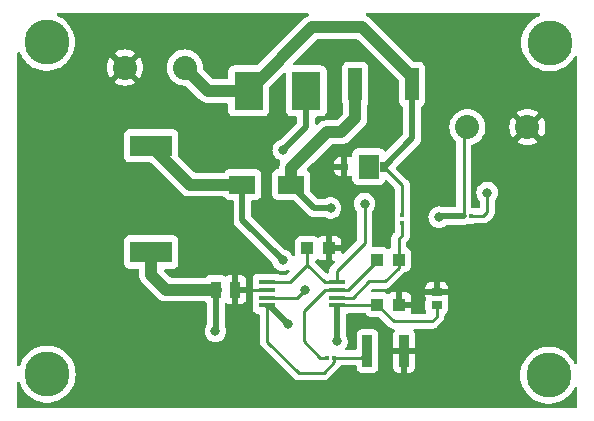
<source format=gbr>
%TF.GenerationSoftware,KiCad,Pcbnew,(6.0.10)*%
%TF.CreationDate,2023-02-10T16:59:39+05:30*%
%TF.ProjectId,MpptDemoBoard,4d707074-4465-46d6-9f42-6f6172642e6b,rev?*%
%TF.SameCoordinates,Original*%
%TF.FileFunction,Copper,L1,Top*%
%TF.FilePolarity,Positive*%
%FSLAX46Y46*%
G04 Gerber Fmt 4.6, Leading zero omitted, Abs format (unit mm)*
G04 Created by KiCad (PCBNEW (6.0.10)) date 2023-02-10 16:59:39*
%MOMM*%
%LPD*%
G01*
G04 APERTURE LIST*
%TA.AperFunction,SMDPad,CuDef*%
%ADD10R,2.200000X1.550000*%
%TD*%
%TA.AperFunction,SMDPad,CuDef*%
%ADD11R,3.606800X1.803400*%
%TD*%
%TA.AperFunction,ComponentPad*%
%ADD12C,3.800000*%
%TD*%
%TA.AperFunction,SMDPad,CuDef*%
%ADD13R,1.200000X2.800000*%
%TD*%
%TA.AperFunction,SMDPad,CuDef*%
%ADD14R,0.750000X0.850000*%
%TD*%
%TA.AperFunction,SMDPad,CuDef*%
%ADD15R,0.700000X0.550000*%
%TD*%
%TA.AperFunction,SMDPad,CuDef*%
%ADD16R,1.800000X2.040000*%
%TD*%
%TA.AperFunction,SMDPad,CuDef*%
%ADD17R,2.450000X3.300000*%
%TD*%
%TA.AperFunction,SMDPad,CuDef*%
%ADD18R,1.475000X0.450000*%
%TD*%
%TA.AperFunction,ComponentPad*%
%ADD19C,2.032000*%
%TD*%
%TA.AperFunction,SMDPad,CuDef*%
%ADD20R,1.050000X1.050000*%
%TD*%
%TA.AperFunction,SMDPad,CuDef*%
%ADD21R,0.300000X0.300000*%
%TD*%
%TA.AperFunction,SMDPad,CuDef*%
%ADD22R,0.820000X2.720000*%
%TD*%
%TA.AperFunction,SMDPad,CuDef*%
%ADD23R,0.900000X0.650000*%
%TD*%
%TA.AperFunction,SMDPad,CuDef*%
%ADD24R,0.910000X1.390000*%
%TD*%
%TA.AperFunction,ViaPad*%
%ADD25C,0.800000*%
%TD*%
%TA.AperFunction,Conductor*%
%ADD26C,0.500000*%
%TD*%
%TA.AperFunction,Conductor*%
%ADD27C,1.000000*%
%TD*%
%TA.AperFunction,Conductor*%
%ADD28C,0.250000*%
%TD*%
G04 APERTURE END LIST*
D10*
%TO.P,D1,2*%
%TO.N,Net-(IC1-Pad3)*%
X118625400Y-112801400D03*
%TO.P,D1,1*%
%TO.N,Net-(C3-Pad1)*%
X122725400Y-112801400D03*
%TD*%
D11*
%TO.P,L1,2,2*%
%TO.N,Net-(C1-Pad2)*%
X110890250Y-118516600D03*
%TO.P,L1,1,1*%
%TO.N,Net-(IC1-Pad3)*%
X110890250Y-109525000D03*
%TD*%
D12*
%TO.P,REF\u002A\u002A,1*%
%TO.N,N/C*%
X144551400Y-128955800D03*
%TD*%
D13*
%TO.P,R4,1*%
%TO.N,Net-(C3-Pad1)*%
X128181400Y-104317800D03*
%TO.P,R4,2*%
%TO.N,Net-(R3-Pad2)*%
X132981400Y-104317800D03*
%TD*%
D14*
%TO.P,Z1,1,K_1*%
%TO.N,Net-(R3-Pad2)*%
X130580400Y-111277400D03*
D15*
%TO.P,Z1,2,A*%
%TO.N,GND*%
X127255400Y-111277400D03*
D16*
%TO.P,Z1,3,K_2*%
%TO.N,Net-(R3-Pad2)*%
X129305400Y-111277400D03*
%TD*%
D12*
%TO.P,REF\u002A\u002A,1*%
%TO.N,N/C*%
X144627600Y-100787200D03*
%TD*%
D17*
%TO.P,R5,1*%
%TO.N,Net-(R3-Pad2)*%
X119139800Y-104876600D03*
%TO.P,R5,2*%
%TO.N,Net-(C5-Pad1)*%
X124039800Y-104876600D03*
%TD*%
D18*
%TO.P,IC1,8,XSHUT*%
%TO.N,Net-(C2-Pad1)*%
X126610600Y-121072000D03*
%TO.P,IC1,7,ICTRL_PLUS*%
%TO.N,Net-(C4-Pad1)*%
X126610600Y-121722000D03*
%TO.P,IC1,6,ICTRL_MINUS*%
%TO.N,Net-(C4-Pad2)*%
X126610600Y-122372000D03*
%TO.P,IC1,5,VCTRL*%
%TO.N,Net-(C5-Pad1)*%
X126610600Y-123022000D03*
%TO.P,IC1,4,VOUT*%
%TO.N,Net-(C3-Pad1)*%
X120734600Y-123022000D03*
%TO.P,IC1,3,LX*%
%TO.N,Net-(IC1-Pad3)*%
X120734600Y-122372000D03*
%TO.P,IC1,2,GND*%
%TO.N,GND*%
X120734600Y-121722000D03*
%TO.P,IC1,1,MPP-SET*%
%TO.N,Net-(C2-Pad1)*%
X120734600Y-121072000D03*
%TD*%
D19*
%TO.P,U1,1,1*%
%TO.N,Net-(C1-Pad2)*%
X137668000Y-107950000D03*
%TO.P,U1,2,2*%
%TO.N,GND*%
X142748000Y-107950000D03*
%TD*%
D20*
%TO.P,C5,1*%
%TO.N,Net-(C5-Pad1)*%
X130037400Y-122961400D03*
%TO.P,C5,2*%
%TO.N,GND*%
X131887400Y-122961400D03*
%TD*%
D12*
%TO.P,REF\u002A\u002A,1*%
%TO.N,N/C*%
X102031800Y-100761800D03*
%TD*%
D20*
%TO.P,C4,1*%
%TO.N,Net-(C4-Pad1)*%
X130012000Y-119151400D03*
%TO.P,C4,2*%
%TO.N,Net-(C4-Pad2)*%
X131862000Y-119151400D03*
%TD*%
D12*
%TO.P,REF\u002A\u002A,1*%
%TO.N,N/C*%
X102082600Y-128854200D03*
%TD*%
D21*
%TO.P,R1,1*%
%TO.N,Net-(C1-Pad2)*%
X137338600Y-115443000D03*
%TO.P,R1,2*%
%TO.N,Net-(C2-Pad1)*%
X137938600Y-115443000D03*
%TD*%
D22*
%TO.P,C3,1*%
%TO.N,Net-(C3-Pad1)*%
X129209200Y-126898400D03*
%TO.P,C3,2*%
%TO.N,GND*%
X132309200Y-126898400D03*
%TD*%
D21*
%TO.P,R2,1*%
%TO.N,Net-(C4-Pad1)*%
X125756200Y-127457200D03*
%TO.P,R2,2*%
%TO.N,Net-(C3-Pad1)*%
X126356200Y-127457200D03*
%TD*%
D19*
%TO.P,U2,1,1*%
%TO.N,Net-(R3-Pad2)*%
X113741200Y-102895400D03*
%TO.P,U2,2,2*%
%TO.N,GND*%
X108661200Y-102895400D03*
%TD*%
D23*
%TO.P,R6,1*%
%TO.N,Net-(C5-Pad1)*%
X135077200Y-123019200D03*
%TO.P,R6,2*%
%TO.N,GND*%
X135077200Y-121869200D03*
%TD*%
D21*
%TO.P,R3,1*%
%TO.N,Net-(C4-Pad2)*%
X132156200Y-116022400D03*
%TO.P,R3,2*%
%TO.N,Net-(R3-Pad2)*%
X132156200Y-115422400D03*
%TD*%
D24*
%TO.P,C1,1*%
%TO.N,GND*%
X117990200Y-121691400D03*
%TO.P,C1,2*%
%TO.N,Net-(C1-Pad2)*%
X116350200Y-121691400D03*
%TD*%
D20*
%TO.P,C2,1*%
%TO.N,Net-(C2-Pad1)*%
X124104400Y-118186200D03*
%TO.P,C2,2*%
%TO.N,GND*%
X125954400Y-118186200D03*
%TD*%
D25*
%TO.N,Net-(C1-Pad2)*%
X116332000Y-125222000D03*
X135280400Y-115570000D03*
%TO.N,Net-(C2-Pad1)*%
X128955800Y-114427000D03*
X139344400Y-113487200D03*
%TO.N,Net-(C3-Pad1)*%
X122504200Y-124637800D03*
X126085600Y-114782600D03*
%TO.N,Net-(C5-Pad1)*%
X126619000Y-126085600D03*
X122072400Y-109880400D03*
%TO.N,Net-(IC1-Pad3)*%
X122021600Y-119202200D03*
X123901200Y-121716800D03*
%TD*%
D26*
%TO.N,Net-(IC1-Pad3)*%
X118625400Y-115806000D02*
X118625400Y-112801400D01*
X122021600Y-119202200D02*
X118625400Y-115806000D01*
%TO.N,Net-(C3-Pad1)*%
X124706600Y-114782600D02*
X122725400Y-112801400D01*
X126085600Y-114782600D02*
X124706600Y-114782600D01*
D27*
X122725400Y-111411800D02*
X122725400Y-112801400D01*
X125780800Y-108356400D02*
X122725400Y-111411800D01*
X127000000Y-108356400D02*
X125780800Y-108356400D01*
X128181400Y-107175000D02*
X127000000Y-108356400D01*
%TO.N,Net-(IC1-Pad3)*%
X114166650Y-112801400D02*
X110890250Y-109525000D01*
X118625400Y-112801400D02*
X114166650Y-112801400D01*
D28*
%TO.N,GND*%
X118020800Y-121722000D02*
X117990200Y-121691400D01*
X120734600Y-121722000D02*
X118020800Y-121722000D01*
D26*
%TO.N,Net-(C1-Pad2)*%
X137338600Y-115443000D02*
X135407400Y-115443000D01*
D27*
X110890250Y-120440650D02*
X112141000Y-121691400D01*
X112141000Y-121691400D02*
X116350200Y-121691400D01*
X110890250Y-118516600D02*
X110890250Y-120440650D01*
D26*
X116350200Y-125203800D02*
X116332000Y-125222000D01*
X116350200Y-121691400D02*
X116350200Y-125203800D01*
X135407400Y-115443000D02*
X135280400Y-115570000D01*
D28*
X137338600Y-115443000D02*
X137338600Y-108279400D01*
X137338600Y-108279400D02*
X137668000Y-107950000D01*
%TO.N,Net-(C2-Pad1)*%
X139014200Y-115443000D02*
X137938600Y-115443000D01*
X128320800Y-118414800D02*
X128955800Y-117779800D01*
X126610600Y-120125000D02*
X128320800Y-118414800D01*
X139344400Y-113487200D02*
X139344400Y-115112800D01*
X122605800Y-121081800D02*
X122596000Y-121072000D01*
X124104400Y-118186200D02*
X124104400Y-119583200D01*
X128955800Y-117779800D02*
X128955800Y-114427000D01*
X122596000Y-121072000D02*
X120734600Y-121072000D01*
X125593200Y-121072000D02*
X126610600Y-121072000D01*
X124104400Y-119583200D02*
X125593200Y-121072000D01*
X124104400Y-119583200D02*
X122605800Y-121081800D01*
X139344400Y-115112800D02*
X139014200Y-115443000D01*
X126610600Y-121072000D02*
X126610600Y-120125000D01*
%TO.N,Net-(C3-Pad1)*%
X126356200Y-127857200D02*
X126356200Y-127457200D01*
D27*
X128181400Y-107175000D02*
X128181400Y-104317800D01*
D26*
X120913400Y-123047000D02*
X120734600Y-123047000D01*
D28*
X128650400Y-127457200D02*
X129209200Y-126898400D01*
X120734600Y-123022000D02*
X120734600Y-126094000D01*
X120734600Y-126094000D02*
X123367800Y-128727200D01*
D26*
X122504200Y-124637800D02*
X120913400Y-123047000D01*
D28*
X125486200Y-128727200D02*
X126356200Y-127857200D01*
X123367800Y-128727200D02*
X125486200Y-128727200D01*
X126356200Y-127457200D02*
X128650400Y-127457200D01*
%TO.N,Net-(C4-Pad1)*%
X125756200Y-127457200D02*
X125196600Y-127457200D01*
X127573100Y-121722000D02*
X130012000Y-119283100D01*
X123825000Y-126085600D02*
X123825000Y-123545100D01*
X123825000Y-123545100D02*
X125648100Y-121722000D01*
X125648100Y-121722000D02*
X126610600Y-121722000D01*
X130012000Y-119283100D02*
X130012000Y-119151400D01*
X125196600Y-127457200D02*
X123825000Y-126085600D01*
X126610600Y-121722000D02*
X127573100Y-121722000D01*
%TO.N,Net-(C4-Pad2)*%
X130683000Y-121005600D02*
X131862000Y-119826600D01*
X131862000Y-119151400D02*
X131862000Y-117388200D01*
X132156200Y-117094000D02*
X132156200Y-116022400D01*
X131862000Y-117388200D02*
X132156200Y-117094000D01*
X127995800Y-122372000D02*
X129362200Y-121005600D01*
X129362200Y-121005600D02*
X130683000Y-121005600D01*
X126610600Y-122372000D02*
X127995800Y-122372000D01*
X131862000Y-119826600D02*
X131862000Y-119151400D01*
%TO.N,Net-(C5-Pad1)*%
X131459800Y-124383800D02*
X134670800Y-124383800D01*
X135077200Y-123977400D02*
X135077200Y-123019200D01*
D26*
X126619000Y-126085600D02*
X126619000Y-123047000D01*
D28*
X130037400Y-122961400D02*
X131459800Y-124383800D01*
X126610600Y-123022000D02*
X129976800Y-123022000D01*
D26*
X126619000Y-123047000D02*
X126610600Y-123047000D01*
X124039800Y-107913000D02*
X122072400Y-109880400D01*
X124039800Y-104876600D02*
X124039800Y-107913000D01*
D28*
X129976800Y-123022000D02*
X130037400Y-122961400D01*
X134670800Y-124383800D02*
X135077200Y-123977400D01*
%TO.N,Net-(IC1-Pad3)*%
X123901200Y-121716800D02*
X123246000Y-122372000D01*
X123246000Y-122372000D02*
X120734600Y-122372000D01*
D27*
%TO.N,Net-(R3-Pad2)*%
X119139800Y-104876600D02*
X115722400Y-104876600D01*
X132981400Y-103704600D02*
X132981400Y-104317800D01*
D28*
X132156200Y-112853200D02*
X130580400Y-111277400D01*
D27*
X119139800Y-104876600D02*
X124532600Y-99483800D01*
X124532600Y-99483800D02*
X128760600Y-99483800D01*
X128760600Y-99483800D02*
X132981400Y-103704600D01*
D26*
X132981400Y-104317800D02*
X132981400Y-108876400D01*
D27*
X115722400Y-104876600D02*
X113741200Y-102895400D01*
D28*
X132156200Y-115422400D02*
X132156200Y-112853200D01*
D26*
X132981400Y-108876400D02*
X130580400Y-111277400D01*
%TD*%
%TA.AperFunction,Conductor*%
%TO.N,GND*%
G36*
X124182716Y-98318502D02*
G01*
X124229209Y-98372158D01*
X124239313Y-98442432D01*
X124209819Y-98507012D01*
X124161604Y-98541340D01*
X124156264Y-98542891D01*
X124151532Y-98545344D01*
X124146431Y-98546884D01*
X124140988Y-98549778D01*
X124064340Y-98590531D01*
X124063174Y-98591143D01*
X124041921Y-98602160D01*
X123980674Y-98633908D01*
X123976511Y-98637231D01*
X123971804Y-98639734D01*
X123899682Y-98698555D01*
X123898826Y-98699246D01*
X123859627Y-98730538D01*
X123857123Y-98733042D01*
X123856405Y-98733684D01*
X123852072Y-98737385D01*
X123818538Y-98764735D01*
X123814611Y-98769482D01*
X123814609Y-98769484D01*
X123789313Y-98800062D01*
X123781323Y-98808842D01*
X121832324Y-100757842D01*
X119908971Y-102681195D01*
X119846659Y-102715221D01*
X119819876Y-102718100D01*
X117866666Y-102718100D01*
X117804484Y-102724855D01*
X117668095Y-102775985D01*
X117551539Y-102863339D01*
X117464185Y-102979895D01*
X117413055Y-103116284D01*
X117406300Y-103178466D01*
X117406300Y-103742100D01*
X117386298Y-103810221D01*
X117332642Y-103856714D01*
X117280300Y-103868100D01*
X116192325Y-103868100D01*
X116124204Y-103848098D01*
X116103230Y-103831195D01*
X115303975Y-103031940D01*
X115269949Y-102969628D01*
X115267458Y-102932959D01*
X115270026Y-102900329D01*
X115270414Y-102895400D01*
X115251587Y-102656178D01*
X115250433Y-102651371D01*
X115250432Y-102651365D01*
X115196724Y-102427659D01*
X115195569Y-102422847D01*
X115192756Y-102416055D01*
X115105634Y-102205723D01*
X115105633Y-102205721D01*
X115103740Y-102201151D01*
X114978360Y-101996551D01*
X114938430Y-101949798D01*
X114825731Y-101817844D01*
X114822518Y-101814082D01*
X114640049Y-101658240D01*
X114435449Y-101532860D01*
X114430879Y-101530967D01*
X114430877Y-101530966D01*
X114218326Y-101442925D01*
X114218324Y-101442924D01*
X114213753Y-101441031D01*
X114132163Y-101421443D01*
X113985235Y-101386168D01*
X113985229Y-101386167D01*
X113980422Y-101385013D01*
X113741200Y-101366186D01*
X113501978Y-101385013D01*
X113497171Y-101386167D01*
X113497165Y-101386168D01*
X113350237Y-101421443D01*
X113268647Y-101441031D01*
X113264076Y-101442924D01*
X113264074Y-101442925D01*
X113051523Y-101530966D01*
X113051521Y-101530967D01*
X113046951Y-101532860D01*
X112842351Y-101658240D01*
X112659882Y-101814082D01*
X112656669Y-101817844D01*
X112543971Y-101949798D01*
X112504040Y-101996551D01*
X112378660Y-102201151D01*
X112376767Y-102205721D01*
X112376766Y-102205723D01*
X112289644Y-102416055D01*
X112286831Y-102422847D01*
X112285676Y-102427659D01*
X112231968Y-102651365D01*
X112231967Y-102651371D01*
X112230813Y-102656178D01*
X112211986Y-102895400D01*
X112230813Y-103134622D01*
X112231967Y-103139429D01*
X112231968Y-103139435D01*
X112267243Y-103286363D01*
X112286831Y-103367953D01*
X112378660Y-103589649D01*
X112504040Y-103794249D01*
X112507257Y-103798016D01*
X112507258Y-103798017D01*
X112550031Y-103848098D01*
X112659882Y-103976718D01*
X112842351Y-104132560D01*
X113046951Y-104257940D01*
X113051521Y-104259833D01*
X113051523Y-104259834D01*
X113264074Y-104347875D01*
X113268647Y-104349769D01*
X113350237Y-104369357D01*
X113497165Y-104404632D01*
X113497171Y-104404633D01*
X113501978Y-104405787D01*
X113741200Y-104424614D01*
X113778760Y-104421658D01*
X113848239Y-104436254D01*
X113877740Y-104458175D01*
X114965545Y-105545979D01*
X114974647Y-105556122D01*
X114998368Y-105585625D01*
X115003096Y-105589592D01*
X115036821Y-105617891D01*
X115040469Y-105621072D01*
X115042281Y-105622715D01*
X115044475Y-105624909D01*
X115077749Y-105652242D01*
X115078547Y-105652904D01*
X115149874Y-105712754D01*
X115154544Y-105715322D01*
X115158661Y-105718703D01*
X115216545Y-105749740D01*
X115240486Y-105762577D01*
X115241645Y-105763206D01*
X115317781Y-105805062D01*
X115317789Y-105805065D01*
X115323187Y-105808033D01*
X115328269Y-105809645D01*
X115332963Y-105812162D01*
X115338854Y-105813963D01*
X115421877Y-105839347D01*
X115423135Y-105839739D01*
X115511706Y-105867835D01*
X115516997Y-105868429D01*
X115522098Y-105869988D01*
X115614663Y-105879390D01*
X115615850Y-105879516D01*
X115645238Y-105882813D01*
X115662130Y-105884708D01*
X115662135Y-105884708D01*
X115665627Y-105885100D01*
X115669152Y-105885100D01*
X115670137Y-105885155D01*
X115675832Y-105885603D01*
X115687742Y-105886813D01*
X115712734Y-105889352D01*
X115712739Y-105889352D01*
X115718862Y-105889974D01*
X115764508Y-105885659D01*
X115776367Y-105885100D01*
X117280300Y-105885100D01*
X117348421Y-105905102D01*
X117394914Y-105958758D01*
X117406300Y-106011100D01*
X117406300Y-106574734D01*
X117413055Y-106636916D01*
X117464185Y-106773305D01*
X117551539Y-106889861D01*
X117668095Y-106977215D01*
X117804484Y-107028345D01*
X117866666Y-107035100D01*
X120412934Y-107035100D01*
X120475116Y-107028345D01*
X120611505Y-106977215D01*
X120728061Y-106889861D01*
X120815415Y-106773305D01*
X120866545Y-106636916D01*
X120873300Y-106574734D01*
X120873300Y-104621525D01*
X120893302Y-104553404D01*
X120910205Y-104532430D01*
X122091205Y-103351430D01*
X122153517Y-103317404D01*
X122224332Y-103322469D01*
X122281168Y-103365016D01*
X122305979Y-103431536D01*
X122306300Y-103440525D01*
X122306300Y-106574734D01*
X122313055Y-106636916D01*
X122364185Y-106773305D01*
X122451539Y-106889861D01*
X122568095Y-106977215D01*
X122704484Y-107028345D01*
X122766666Y-107035100D01*
X123155300Y-107035100D01*
X123223421Y-107055102D01*
X123269914Y-107108758D01*
X123281300Y-107161100D01*
X123281300Y-107546629D01*
X123261298Y-107614750D01*
X123244395Y-107635724D01*
X121916069Y-108964050D01*
X121853172Y-108998201D01*
X121796576Y-109010231D01*
X121796567Y-109010234D01*
X121790112Y-109011606D01*
X121784082Y-109014291D01*
X121784081Y-109014291D01*
X121621678Y-109086597D01*
X121621676Y-109086598D01*
X121615648Y-109089282D01*
X121610307Y-109093162D01*
X121610306Y-109093163D01*
X121587597Y-109109662D01*
X121461147Y-109201534D01*
X121456726Y-109206444D01*
X121456725Y-109206445D01*
X121377120Y-109294856D01*
X121333360Y-109343456D01*
X121237873Y-109508844D01*
X121178858Y-109690472D01*
X121178168Y-109697033D01*
X121178168Y-109697035D01*
X121166964Y-109803633D01*
X121158896Y-109880400D01*
X121159586Y-109886965D01*
X121172480Y-110009641D01*
X121178858Y-110070328D01*
X121237873Y-110251956D01*
X121333360Y-110417344D01*
X121337778Y-110422251D01*
X121337779Y-110422252D01*
X121404247Y-110496072D01*
X121461147Y-110559266D01*
X121560243Y-110631264D01*
X121606673Y-110664997D01*
X121615648Y-110671518D01*
X121621676Y-110674202D01*
X121621678Y-110674203D01*
X121784265Y-110746591D01*
X121838361Y-110792571D01*
X121859010Y-110860498D01*
X121844057Y-110921243D01*
X121840196Y-110928445D01*
X121839420Y-110929892D01*
X121838794Y-110931045D01*
X121796938Y-111007181D01*
X121796935Y-111007189D01*
X121793967Y-111012587D01*
X121792355Y-111017669D01*
X121789838Y-111022363D01*
X121762638Y-111111331D01*
X121762318Y-111112359D01*
X121734165Y-111201106D01*
X121733571Y-111206402D01*
X121732013Y-111211498D01*
X121725391Y-111276693D01*
X121722618Y-111303987D01*
X121722489Y-111305193D01*
X121716900Y-111355027D01*
X121716900Y-111358554D01*
X121716845Y-111359539D01*
X121716397Y-111365226D01*
X121713620Y-111392571D01*
X121712395Y-111404633D01*
X121685611Y-111470384D01*
X121627532Y-111511217D01*
X121587040Y-111517900D01*
X121577266Y-111517900D01*
X121515084Y-111524655D01*
X121378695Y-111575785D01*
X121262139Y-111663139D01*
X121174785Y-111779695D01*
X121123655Y-111916084D01*
X121116900Y-111978266D01*
X121116900Y-113624534D01*
X121123655Y-113686716D01*
X121174785Y-113823105D01*
X121262139Y-113939661D01*
X121378695Y-114027015D01*
X121515084Y-114078145D01*
X121577266Y-114084900D01*
X122884029Y-114084900D01*
X122952150Y-114104902D01*
X122973124Y-114121805D01*
X124122830Y-115271511D01*
X124135216Y-115285923D01*
X124143749Y-115297518D01*
X124143754Y-115297523D01*
X124148092Y-115303418D01*
X124153670Y-115308157D01*
X124153673Y-115308160D01*
X124188368Y-115337635D01*
X124195884Y-115344565D01*
X124201579Y-115350260D01*
X124204461Y-115352540D01*
X124223851Y-115367881D01*
X124227255Y-115370672D01*
X124277303Y-115413191D01*
X124282885Y-115417933D01*
X124289401Y-115421261D01*
X124294450Y-115424628D01*
X124299579Y-115427795D01*
X124305316Y-115432334D01*
X124371475Y-115463255D01*
X124375369Y-115465158D01*
X124440408Y-115498369D01*
X124447516Y-115500108D01*
X124453159Y-115502207D01*
X124458922Y-115504124D01*
X124465550Y-115507222D01*
X124472712Y-115508712D01*
X124472713Y-115508712D01*
X124537012Y-115522086D01*
X124541296Y-115523056D01*
X124612210Y-115540408D01*
X124617812Y-115540756D01*
X124617815Y-115540756D01*
X124623364Y-115541100D01*
X124623362Y-115541136D01*
X124627355Y-115541375D01*
X124631547Y-115541749D01*
X124638715Y-115543240D01*
X124716120Y-115541146D01*
X124719528Y-115541100D01*
X125543013Y-115541100D01*
X125617072Y-115565163D01*
X125623502Y-115569835D01*
X125623509Y-115569839D01*
X125628848Y-115573718D01*
X125634876Y-115576402D01*
X125634878Y-115576403D01*
X125797281Y-115648709D01*
X125803312Y-115651394D01*
X125896713Y-115671247D01*
X125983656Y-115689728D01*
X125983661Y-115689728D01*
X125990113Y-115691100D01*
X126181087Y-115691100D01*
X126187539Y-115689728D01*
X126187544Y-115689728D01*
X126274487Y-115671247D01*
X126367888Y-115651394D01*
X126373919Y-115648709D01*
X126536322Y-115576403D01*
X126536324Y-115576402D01*
X126542352Y-115573718D01*
X126547697Y-115569835D01*
X126612081Y-115523057D01*
X126696853Y-115461466D01*
X126764251Y-115386613D01*
X126820221Y-115324452D01*
X126820222Y-115324451D01*
X126824640Y-115319544D01*
X126897799Y-115192830D01*
X126916823Y-115159879D01*
X126916824Y-115159878D01*
X126920127Y-115154156D01*
X126979142Y-114972528D01*
X126999104Y-114782600D01*
X126991562Y-114710842D01*
X126979832Y-114599235D01*
X126979832Y-114599233D01*
X126979142Y-114592672D01*
X126920127Y-114411044D01*
X126824640Y-114245656D01*
X126696853Y-114103734D01*
X126579437Y-114018426D01*
X126547694Y-113995363D01*
X126547693Y-113995362D01*
X126542352Y-113991482D01*
X126536324Y-113988798D01*
X126536322Y-113988797D01*
X126373919Y-113916491D01*
X126373918Y-113916491D01*
X126367888Y-113913806D01*
X126256154Y-113890056D01*
X126187544Y-113875472D01*
X126187539Y-113875472D01*
X126181087Y-113874100D01*
X125990113Y-113874100D01*
X125983661Y-113875472D01*
X125983656Y-113875472D01*
X125915046Y-113890056D01*
X125803312Y-113913806D01*
X125797282Y-113916491D01*
X125797281Y-113916491D01*
X125634878Y-113988797D01*
X125634876Y-113988798D01*
X125628848Y-113991482D01*
X125623509Y-113995361D01*
X125623502Y-113995365D01*
X125617072Y-114000037D01*
X125543013Y-114024100D01*
X125072971Y-114024100D01*
X125004850Y-114004098D01*
X124983876Y-113987195D01*
X124370805Y-113374124D01*
X124336779Y-113311812D01*
X124333900Y-113285029D01*
X124333900Y-111978266D01*
X124327145Y-111916084D01*
X124276015Y-111779695D01*
X124188661Y-111663139D01*
X124140123Y-111626761D01*
X124117922Y-111597069D01*
X126397401Y-111597069D01*
X126397771Y-111603890D01*
X126403295Y-111654752D01*
X126406921Y-111670004D01*
X126452076Y-111790454D01*
X126460614Y-111806049D01*
X126537115Y-111908124D01*
X126549676Y-111920685D01*
X126651751Y-111997186D01*
X126667346Y-112005724D01*
X126787794Y-112050878D01*
X126803049Y-112054505D01*
X126853914Y-112060031D01*
X126860728Y-112060400D01*
X126983285Y-112060400D01*
X126998524Y-112055925D01*
X126999729Y-112054535D01*
X127001400Y-112046852D01*
X127001400Y-111549515D01*
X126996925Y-111534276D01*
X126995535Y-111533071D01*
X126987852Y-111531400D01*
X126415516Y-111531400D01*
X126400277Y-111535875D01*
X126399072Y-111537265D01*
X126397401Y-111544948D01*
X126397401Y-111597069D01*
X124117922Y-111597069D01*
X124097609Y-111569902D01*
X124092584Y-111499083D01*
X124126594Y-111436841D01*
X124558150Y-111005285D01*
X126397400Y-111005285D01*
X126401875Y-111020524D01*
X126403265Y-111021729D01*
X126410948Y-111023400D01*
X126983285Y-111023400D01*
X126998524Y-111018925D01*
X126999729Y-111017535D01*
X127001400Y-111009852D01*
X127001400Y-110512516D01*
X126996925Y-110497277D01*
X126995535Y-110496072D01*
X126987852Y-110494401D01*
X126860731Y-110494401D01*
X126853910Y-110494771D01*
X126803048Y-110500295D01*
X126787796Y-110503921D01*
X126667346Y-110549076D01*
X126651751Y-110557614D01*
X126549676Y-110634115D01*
X126537115Y-110646676D01*
X126460614Y-110748751D01*
X126452076Y-110764346D01*
X126406922Y-110884794D01*
X126403295Y-110900049D01*
X126397769Y-110950914D01*
X126397400Y-110957728D01*
X126397400Y-111005285D01*
X124558150Y-111005285D01*
X126161629Y-109401805D01*
X126223941Y-109367780D01*
X126250724Y-109364900D01*
X126938157Y-109364900D01*
X126951764Y-109365637D01*
X126983262Y-109369059D01*
X126983267Y-109369059D01*
X126989388Y-109369724D01*
X127015638Y-109367427D01*
X127039388Y-109365350D01*
X127044214Y-109365021D01*
X127046686Y-109364900D01*
X127049769Y-109364900D01*
X127061738Y-109363726D01*
X127092506Y-109360710D01*
X127093819Y-109360588D01*
X127138084Y-109356715D01*
X127186413Y-109352487D01*
X127191532Y-109351000D01*
X127196833Y-109350480D01*
X127285834Y-109323609D01*
X127286967Y-109323274D01*
X127370414Y-109299030D01*
X127370418Y-109299028D01*
X127376336Y-109297309D01*
X127381068Y-109294856D01*
X127386169Y-109293316D01*
X127395812Y-109288189D01*
X127468260Y-109249669D01*
X127469426Y-109249057D01*
X127546453Y-109209129D01*
X127551926Y-109206292D01*
X127556089Y-109202969D01*
X127560796Y-109200466D01*
X127632918Y-109141645D01*
X127633774Y-109140954D01*
X127672973Y-109109662D01*
X127675477Y-109107158D01*
X127676195Y-109106516D01*
X127680528Y-109102815D01*
X127714062Y-109075465D01*
X127743288Y-109040137D01*
X127751277Y-109031358D01*
X128850779Y-107931855D01*
X128860922Y-107922753D01*
X128885618Y-107902897D01*
X128890425Y-107899032D01*
X128922692Y-107860578D01*
X128925872Y-107856931D01*
X128927515Y-107855119D01*
X128929709Y-107852925D01*
X128957042Y-107819651D01*
X128957748Y-107818800D01*
X129013595Y-107752244D01*
X129017554Y-107747526D01*
X129020122Y-107742856D01*
X129023503Y-107738739D01*
X129067377Y-107656914D01*
X129068006Y-107655755D01*
X129109862Y-107579619D01*
X129109865Y-107579611D01*
X129112833Y-107574213D01*
X129114445Y-107569131D01*
X129116962Y-107564437D01*
X129144147Y-107475523D01*
X129144539Y-107474265D01*
X129170772Y-107391567D01*
X129172635Y-107385694D01*
X129173229Y-107380403D01*
X129174788Y-107375302D01*
X129184190Y-107282737D01*
X129184325Y-107281470D01*
X129186698Y-107260323D01*
X129189900Y-107231773D01*
X129189900Y-107228248D01*
X129189955Y-107227263D01*
X129190404Y-107221559D01*
X129194152Y-107184666D01*
X129194152Y-107184661D01*
X129194774Y-107178538D01*
X129190459Y-107132891D01*
X129189900Y-107121033D01*
X129189900Y-106062674D01*
X129209902Y-105994553D01*
X129215061Y-105987127D01*
X129232015Y-105964505D01*
X129283145Y-105828116D01*
X129289900Y-105765934D01*
X129289900Y-102869666D01*
X129283145Y-102807484D01*
X129232015Y-102671095D01*
X129144661Y-102554539D01*
X129028105Y-102467185D01*
X128891716Y-102416055D01*
X128829534Y-102409300D01*
X127533266Y-102409300D01*
X127471084Y-102416055D01*
X127334695Y-102467185D01*
X127218139Y-102554539D01*
X127130785Y-102671095D01*
X127079655Y-102807484D01*
X127072900Y-102869666D01*
X127072900Y-105765934D01*
X127079655Y-105828116D01*
X127130785Y-105964505D01*
X127147727Y-105987111D01*
X127172574Y-106053615D01*
X127172900Y-106062674D01*
X127172900Y-106705074D01*
X127152898Y-106773195D01*
X127135996Y-106794169D01*
X126619171Y-107310995D01*
X126556858Y-107345020D01*
X126530075Y-107347900D01*
X125842642Y-107347900D01*
X125829035Y-107347163D01*
X125797537Y-107343741D01*
X125797532Y-107343741D01*
X125791411Y-107343076D01*
X125773411Y-107344651D01*
X125741409Y-107347450D01*
X125736584Y-107347779D01*
X125734113Y-107347900D01*
X125731031Y-107347900D01*
X125708563Y-107350103D01*
X125688289Y-107352091D01*
X125686974Y-107352213D01*
X125654713Y-107355036D01*
X125594387Y-107360313D01*
X125589268Y-107361800D01*
X125583967Y-107362320D01*
X125494966Y-107389191D01*
X125493833Y-107389526D01*
X125410386Y-107413770D01*
X125410382Y-107413772D01*
X125404464Y-107415491D01*
X125399732Y-107417944D01*
X125394631Y-107419484D01*
X125389188Y-107422378D01*
X125312540Y-107463131D01*
X125311374Y-107463743D01*
X125275654Y-107482259D01*
X125228874Y-107506508D01*
X125224711Y-107509831D01*
X125220004Y-107512334D01*
X125147882Y-107571155D01*
X125147026Y-107571846D01*
X125107827Y-107603138D01*
X125105323Y-107605642D01*
X125104605Y-107606284D01*
X125100272Y-107609985D01*
X125066738Y-107637335D01*
X125062811Y-107642082D01*
X125062809Y-107642084D01*
X125037513Y-107672662D01*
X125029523Y-107681442D01*
X125013395Y-107697570D01*
X124951083Y-107731596D01*
X124880268Y-107726531D01*
X124823432Y-107683984D01*
X124798621Y-107617464D01*
X124798300Y-107608475D01*
X124798300Y-107161100D01*
X124818302Y-107092979D01*
X124871958Y-107046486D01*
X124924300Y-107035100D01*
X125312934Y-107035100D01*
X125375116Y-107028345D01*
X125511505Y-106977215D01*
X125628061Y-106889861D01*
X125715415Y-106773305D01*
X125766545Y-106636916D01*
X125773300Y-106574734D01*
X125773300Y-103178466D01*
X125766545Y-103116284D01*
X125715415Y-102979895D01*
X125628061Y-102863339D01*
X125511505Y-102775985D01*
X125375116Y-102724855D01*
X125312934Y-102718100D01*
X123028725Y-102718100D01*
X122960604Y-102698098D01*
X122914111Y-102644442D01*
X122904007Y-102574168D01*
X122933501Y-102509588D01*
X122939630Y-102503005D01*
X124913429Y-100529205D01*
X124975741Y-100495180D01*
X125002524Y-100492300D01*
X128290675Y-100492300D01*
X128358796Y-100512302D01*
X128379770Y-100529205D01*
X131835995Y-103985429D01*
X131870021Y-104047741D01*
X131872900Y-104074524D01*
X131872900Y-105765934D01*
X131879655Y-105828116D01*
X131930785Y-105964505D01*
X132018139Y-106081061D01*
X132134695Y-106168415D01*
X132143104Y-106171567D01*
X132150975Y-106175877D01*
X132150064Y-106177541D01*
X132197890Y-106213463D01*
X132222593Y-106280024D01*
X132222900Y-106288809D01*
X132222900Y-108510029D01*
X132202898Y-108578150D01*
X132185995Y-108599124D01*
X130809504Y-109975615D01*
X130747192Y-110009641D01*
X130676377Y-110004576D01*
X130619584Y-109962086D01*
X130568661Y-109894139D01*
X130452105Y-109806785D01*
X130315716Y-109755655D01*
X130253534Y-109748900D01*
X128357266Y-109748900D01*
X128295084Y-109755655D01*
X128158695Y-109806785D01*
X128042139Y-109894139D01*
X127954785Y-110010695D01*
X127903655Y-110147084D01*
X127896900Y-110209266D01*
X127896900Y-110387313D01*
X127876898Y-110455434D01*
X127823242Y-110501927D01*
X127752968Y-110512031D01*
X127726674Y-110505296D01*
X127723011Y-110503923D01*
X127707751Y-110500295D01*
X127656886Y-110494769D01*
X127650072Y-110494400D01*
X127527515Y-110494400D01*
X127512276Y-110498875D01*
X127511071Y-110500265D01*
X127509400Y-110507948D01*
X127509400Y-112042284D01*
X127513875Y-112057523D01*
X127515265Y-112058728D01*
X127522948Y-112060399D01*
X127650069Y-112060399D01*
X127656890Y-112060029D01*
X127707752Y-112054505D01*
X127723009Y-112050878D01*
X127726674Y-112049504D01*
X127729727Y-112049281D01*
X127730693Y-112049051D01*
X127730730Y-112049207D01*
X127797481Y-112044323D01*
X127859849Y-112078245D01*
X127893976Y-112140502D01*
X127896900Y-112167487D01*
X127896900Y-112345534D01*
X127903655Y-112407716D01*
X127954785Y-112544105D01*
X128042139Y-112660661D01*
X128158695Y-112748015D01*
X128295084Y-112799145D01*
X128357266Y-112805900D01*
X130253534Y-112805900D01*
X130315716Y-112799145D01*
X130452105Y-112748015D01*
X130568661Y-112660661D01*
X130656015Y-112544105D01*
X130667806Y-112512653D01*
X130710448Y-112455889D01*
X130777010Y-112431189D01*
X130846358Y-112446397D01*
X130874883Y-112467787D01*
X131203466Y-112796371D01*
X131485796Y-113078701D01*
X131519821Y-113141013D01*
X131522700Y-113167796D01*
X131522700Y-115090574D01*
X131514682Y-115134804D01*
X131504455Y-115162084D01*
X131497700Y-115224266D01*
X131497700Y-115620534D01*
X131504455Y-115682716D01*
X131507229Y-115690115D01*
X131507975Y-115693254D01*
X131507975Y-115751546D01*
X131507229Y-115754685D01*
X131504455Y-115762084D01*
X131497700Y-115824266D01*
X131497700Y-116220534D01*
X131504455Y-116282716D01*
X131509380Y-116295852D01*
X131514682Y-116309996D01*
X131522700Y-116354226D01*
X131522700Y-116779405D01*
X131502698Y-116847526D01*
X131485795Y-116868500D01*
X131469747Y-116884548D01*
X131461461Y-116892088D01*
X131454982Y-116896200D01*
X131449557Y-116901977D01*
X131408356Y-116945852D01*
X131405601Y-116948694D01*
X131385865Y-116968430D01*
X131383385Y-116971627D01*
X131375682Y-116980647D01*
X131345414Y-117012879D01*
X131341595Y-117019825D01*
X131341593Y-117019828D01*
X131335652Y-117030634D01*
X131324801Y-117047153D01*
X131312386Y-117063159D01*
X131309241Y-117070428D01*
X131309238Y-117070432D01*
X131294826Y-117103737D01*
X131289609Y-117114387D01*
X131268305Y-117153140D01*
X131266334Y-117160815D01*
X131266334Y-117160816D01*
X131263267Y-117172762D01*
X131256863Y-117191466D01*
X131248819Y-117210055D01*
X131247580Y-117217878D01*
X131247577Y-117217888D01*
X131241901Y-117253724D01*
X131239495Y-117265344D01*
X131232508Y-117292558D01*
X131228500Y-117308170D01*
X131228500Y-117328424D01*
X131226949Y-117348134D01*
X131223780Y-117368143D01*
X131224526Y-117376035D01*
X131227941Y-117412161D01*
X131228500Y-117424019D01*
X131228500Y-118036646D01*
X131208498Y-118104767D01*
X131154842Y-118151260D01*
X131146730Y-118154628D01*
X131100908Y-118171806D01*
X131090295Y-118175785D01*
X131083110Y-118181170D01*
X131083108Y-118181171D01*
X131012565Y-118234040D01*
X130946058Y-118258888D01*
X130876676Y-118243835D01*
X130861435Y-118234040D01*
X130790892Y-118181171D01*
X130790890Y-118181170D01*
X130783705Y-118175785D01*
X130647316Y-118124655D01*
X130585134Y-118117900D01*
X129689292Y-118117900D01*
X129621171Y-118097898D01*
X129574678Y-118044242D01*
X129564574Y-117973968D01*
X129567094Y-117962306D01*
X129568981Y-117957945D01*
X129570220Y-117950124D01*
X129570223Y-117950113D01*
X129575899Y-117914276D01*
X129578305Y-117902656D01*
X129587328Y-117867511D01*
X129587328Y-117867510D01*
X129589300Y-117859830D01*
X129589300Y-117839576D01*
X129590851Y-117819865D01*
X129592780Y-117807686D01*
X129594020Y-117799857D01*
X129589859Y-117755838D01*
X129589300Y-117743981D01*
X129589300Y-115129524D01*
X129609302Y-115061403D01*
X129621658Y-115045221D01*
X129694840Y-114963944D01*
X129753114Y-114863010D01*
X129787023Y-114804279D01*
X129787024Y-114804278D01*
X129790327Y-114798556D01*
X129849342Y-114616928D01*
X129851892Y-114592672D01*
X129868614Y-114433565D01*
X129869304Y-114427000D01*
X129849342Y-114237072D01*
X129790327Y-114055444D01*
X129773914Y-114027015D01*
X129726586Y-113945042D01*
X129694840Y-113890056D01*
X129671811Y-113864479D01*
X129571475Y-113753045D01*
X129571474Y-113753044D01*
X129567053Y-113748134D01*
X129423040Y-113643502D01*
X129417894Y-113639763D01*
X129417893Y-113639762D01*
X129412552Y-113635882D01*
X129406524Y-113633198D01*
X129406522Y-113633197D01*
X129244119Y-113560891D01*
X129244118Y-113560891D01*
X129238088Y-113558206D01*
X129144688Y-113538353D01*
X129057744Y-113519872D01*
X129057739Y-113519872D01*
X129051287Y-113518500D01*
X128860313Y-113518500D01*
X128853861Y-113519872D01*
X128853856Y-113519872D01*
X128766912Y-113538353D01*
X128673512Y-113558206D01*
X128667482Y-113560891D01*
X128667481Y-113560891D01*
X128505078Y-113633197D01*
X128505076Y-113633198D01*
X128499048Y-113635882D01*
X128493707Y-113639762D01*
X128493706Y-113639763D01*
X128488560Y-113643502D01*
X128344547Y-113748134D01*
X128340126Y-113753044D01*
X128340125Y-113753045D01*
X128239790Y-113864479D01*
X128216760Y-113890056D01*
X128185014Y-113945042D01*
X128137687Y-114027015D01*
X128121273Y-114055444D01*
X128062258Y-114237072D01*
X128042296Y-114427000D01*
X128042986Y-114433565D01*
X128059709Y-114592672D01*
X128062258Y-114616928D01*
X128121273Y-114798556D01*
X128124576Y-114804278D01*
X128124577Y-114804279D01*
X128158486Y-114863010D01*
X128216760Y-114963944D01*
X128289937Y-115045215D01*
X128320653Y-115109221D01*
X128322300Y-115129524D01*
X128322300Y-117465205D01*
X128302298Y-117533326D01*
X128285395Y-117554301D01*
X127844665Y-117995030D01*
X127844662Y-117995034D01*
X127202495Y-118637200D01*
X127140183Y-118671225D01*
X127069367Y-118666160D01*
X127012532Y-118623613D01*
X126987721Y-118557093D01*
X126987400Y-118548104D01*
X126987400Y-118458315D01*
X126982925Y-118443076D01*
X126981535Y-118441871D01*
X126973852Y-118440200D01*
X126226515Y-118440200D01*
X126211276Y-118444675D01*
X126210071Y-118446065D01*
X126208400Y-118453748D01*
X126208400Y-119201084D01*
X126212875Y-119216323D01*
X126214265Y-119217528D01*
X126221948Y-119219199D01*
X126316306Y-119219199D01*
X126384427Y-119239201D01*
X126430920Y-119292857D01*
X126441024Y-119363131D01*
X126411530Y-119427711D01*
X126405401Y-119434294D01*
X126218347Y-119621348D01*
X126210061Y-119628888D01*
X126203582Y-119633000D01*
X126198157Y-119638777D01*
X126156957Y-119682651D01*
X126154202Y-119685493D01*
X126134465Y-119705230D01*
X126131985Y-119708427D01*
X126124282Y-119717447D01*
X126094014Y-119749679D01*
X126090195Y-119756625D01*
X126090193Y-119756628D01*
X126084252Y-119767434D01*
X126073401Y-119783953D01*
X126060986Y-119799959D01*
X126057841Y-119807228D01*
X126057838Y-119807232D01*
X126043426Y-119840537D01*
X126038209Y-119851187D01*
X126016905Y-119889940D01*
X126014934Y-119897615D01*
X126014934Y-119897616D01*
X126011867Y-119909562D01*
X126005463Y-119928266D01*
X125997419Y-119946855D01*
X125996180Y-119954678D01*
X125996177Y-119954688D01*
X125990501Y-119990524D01*
X125988095Y-120002144D01*
X125980001Y-120033670D01*
X125977100Y-120044970D01*
X125977100Y-120065224D01*
X125975549Y-120084934D01*
X125972380Y-120104943D01*
X125973126Y-120112835D01*
X125976541Y-120148961D01*
X125977100Y-120160819D01*
X125977100Y-120212500D01*
X125957098Y-120280621D01*
X125903442Y-120327114D01*
X125851100Y-120338500D01*
X125824966Y-120338500D01*
X125821569Y-120338869D01*
X125818172Y-120339053D01*
X125818115Y-120338006D01*
X125752533Y-120326249D01*
X125719716Y-120302612D01*
X124798331Y-119381226D01*
X124764307Y-119318916D01*
X124769372Y-119248100D01*
X124811919Y-119191265D01*
X124843199Y-119174151D01*
X124867695Y-119164968D01*
X124867696Y-119164967D01*
X124876105Y-119161815D01*
X124954252Y-119103247D01*
X125020758Y-119078399D01*
X125090141Y-119093452D01*
X125105382Y-119103247D01*
X125175752Y-119155986D01*
X125191346Y-119164524D01*
X125311794Y-119209678D01*
X125327049Y-119213305D01*
X125377914Y-119218831D01*
X125384728Y-119219200D01*
X125682285Y-119219200D01*
X125697524Y-119214725D01*
X125698729Y-119213335D01*
X125700400Y-119205652D01*
X125700400Y-117914085D01*
X126208400Y-117914085D01*
X126212875Y-117929324D01*
X126214265Y-117930529D01*
X126221948Y-117932200D01*
X126969284Y-117932200D01*
X126984523Y-117927725D01*
X126985728Y-117926335D01*
X126987399Y-117918652D01*
X126987399Y-117616531D01*
X126987029Y-117609710D01*
X126981505Y-117558848D01*
X126977879Y-117543596D01*
X126932724Y-117423146D01*
X126924186Y-117407551D01*
X126847685Y-117305476D01*
X126835124Y-117292915D01*
X126733049Y-117216414D01*
X126717454Y-117207876D01*
X126597006Y-117162722D01*
X126581751Y-117159095D01*
X126530886Y-117153569D01*
X126524072Y-117153200D01*
X126226515Y-117153200D01*
X126211276Y-117157675D01*
X126210071Y-117159065D01*
X126208400Y-117166748D01*
X126208400Y-117914085D01*
X125700400Y-117914085D01*
X125700400Y-117171316D01*
X125695925Y-117156077D01*
X125694535Y-117154872D01*
X125686852Y-117153201D01*
X125384731Y-117153201D01*
X125377910Y-117153571D01*
X125327048Y-117159095D01*
X125311796Y-117162721D01*
X125191346Y-117207876D01*
X125175752Y-117216414D01*
X125105382Y-117269153D01*
X125038876Y-117294001D01*
X124969493Y-117278948D01*
X124954252Y-117269153D01*
X124923703Y-117246258D01*
X124876105Y-117210585D01*
X124739716Y-117159455D01*
X124682137Y-117153200D01*
X124680931Y-117153069D01*
X124677534Y-117152700D01*
X123531266Y-117152700D01*
X123527869Y-117153069D01*
X123526663Y-117153200D01*
X123469084Y-117159455D01*
X123332695Y-117210585D01*
X123216139Y-117297939D01*
X123128785Y-117414495D01*
X123077655Y-117550884D01*
X123070900Y-117613066D01*
X123070900Y-118732404D01*
X123050898Y-118800525D01*
X122997242Y-118847018D01*
X122926968Y-118857122D01*
X122862388Y-118827628D01*
X122835781Y-118795404D01*
X122763941Y-118670974D01*
X122760640Y-118665256D01*
X122632853Y-118523334D01*
X122478352Y-118411082D01*
X122472324Y-118408398D01*
X122472322Y-118408397D01*
X122309919Y-118336091D01*
X122309918Y-118336091D01*
X122303888Y-118333406D01*
X122297433Y-118332034D01*
X122297424Y-118332031D01*
X122240828Y-118320001D01*
X122177931Y-118285850D01*
X119420805Y-115528724D01*
X119386779Y-115466412D01*
X119383900Y-115439629D01*
X119383900Y-114210900D01*
X119403902Y-114142779D01*
X119457558Y-114096286D01*
X119509900Y-114084900D01*
X119773534Y-114084900D01*
X119835716Y-114078145D01*
X119972105Y-114027015D01*
X120088661Y-113939661D01*
X120176015Y-113823105D01*
X120227145Y-113686716D01*
X120233900Y-113624534D01*
X120233900Y-111978266D01*
X120227145Y-111916084D01*
X120176015Y-111779695D01*
X120088661Y-111663139D01*
X119972105Y-111575785D01*
X119835716Y-111524655D01*
X119773534Y-111517900D01*
X117477266Y-111517900D01*
X117415084Y-111524655D01*
X117278695Y-111575785D01*
X117162139Y-111663139D01*
X117156758Y-111670319D01*
X117156757Y-111670320D01*
X117102687Y-111742465D01*
X117045827Y-111784980D01*
X117001861Y-111792900D01*
X114636575Y-111792900D01*
X114568454Y-111772898D01*
X114547480Y-111755995D01*
X113239055Y-110447571D01*
X113205030Y-110385259D01*
X113202150Y-110358476D01*
X113202150Y-108575166D01*
X113195395Y-108512984D01*
X113144265Y-108376595D01*
X113056911Y-108260039D01*
X112940355Y-108172685D01*
X112803966Y-108121555D01*
X112741784Y-108114800D01*
X109038716Y-108114800D01*
X108976534Y-108121555D01*
X108840145Y-108172685D01*
X108723589Y-108260039D01*
X108636235Y-108376595D01*
X108585105Y-108512984D01*
X108578350Y-108575166D01*
X108578350Y-110474834D01*
X108585105Y-110537016D01*
X108636235Y-110673405D01*
X108723589Y-110789961D01*
X108840145Y-110877315D01*
X108976534Y-110928445D01*
X109038716Y-110935200D01*
X110822025Y-110935200D01*
X110890146Y-110955202D01*
X110911120Y-110972105D01*
X113409795Y-113470779D01*
X113418897Y-113480922D01*
X113442618Y-113510425D01*
X113481106Y-113542720D01*
X113484725Y-113545878D01*
X113486540Y-113547524D01*
X113488725Y-113549709D01*
X113491105Y-113551664D01*
X113491115Y-113551673D01*
X113521886Y-113576949D01*
X113522901Y-113577791D01*
X113594124Y-113637554D01*
X113598798Y-113640123D01*
X113602911Y-113643502D01*
X113668854Y-113678860D01*
X113684697Y-113687355D01*
X113685827Y-113687968D01*
X113767437Y-113732833D01*
X113772519Y-113734445D01*
X113777213Y-113736962D01*
X113866181Y-113764162D01*
X113867209Y-113764482D01*
X113955956Y-113792635D01*
X113961252Y-113793229D01*
X113966348Y-113794787D01*
X114058907Y-113804190D01*
X114060043Y-113804311D01*
X114093658Y-113808081D01*
X114106380Y-113809508D01*
X114106384Y-113809508D01*
X114109877Y-113809900D01*
X114113404Y-113809900D01*
X114114389Y-113809955D01*
X114120069Y-113810402D01*
X114149475Y-113813389D01*
X114156987Y-113814152D01*
X114156989Y-113814152D01*
X114163112Y-113814774D01*
X114208758Y-113810459D01*
X114220617Y-113809900D01*
X117001861Y-113809900D01*
X117069982Y-113829902D01*
X117102687Y-113860335D01*
X117124962Y-113890056D01*
X117162139Y-113939661D01*
X117278695Y-114027015D01*
X117415084Y-114078145D01*
X117477266Y-114084900D01*
X117740900Y-114084900D01*
X117809021Y-114104902D01*
X117855514Y-114158558D01*
X117866900Y-114210900D01*
X117866900Y-115738930D01*
X117865467Y-115757880D01*
X117862201Y-115779349D01*
X117862794Y-115786641D01*
X117862794Y-115786644D01*
X117866485Y-115832018D01*
X117866900Y-115842233D01*
X117866900Y-115850293D01*
X117867325Y-115853937D01*
X117870189Y-115878507D01*
X117870622Y-115882882D01*
X117875882Y-115947542D01*
X117876540Y-115955637D01*
X117878796Y-115962601D01*
X117879987Y-115968560D01*
X117881371Y-115974415D01*
X117882218Y-115981681D01*
X117907135Y-116050327D01*
X117908552Y-116054455D01*
X117923793Y-116101500D01*
X117931049Y-116123899D01*
X117934845Y-116130154D01*
X117937351Y-116135628D01*
X117940070Y-116141058D01*
X117942567Y-116147937D01*
X117946580Y-116154057D01*
X117946580Y-116154058D01*
X117982586Y-116208976D01*
X117984923Y-116212680D01*
X118022805Y-116275107D01*
X118026521Y-116279315D01*
X118026522Y-116279316D01*
X118030203Y-116283484D01*
X118030176Y-116283508D01*
X118032829Y-116286500D01*
X118035532Y-116289733D01*
X118039544Y-116295852D01*
X118044856Y-116300884D01*
X118095783Y-116349128D01*
X118098225Y-116351506D01*
X121101475Y-119354756D01*
X121132213Y-119404914D01*
X121187073Y-119573756D01*
X121282560Y-119739144D01*
X121286978Y-119744051D01*
X121286979Y-119744052D01*
X121383454Y-119851198D01*
X121410347Y-119881066D01*
X121564848Y-119993318D01*
X121570876Y-119996002D01*
X121570878Y-119996003D01*
X121726352Y-120065224D01*
X121739312Y-120070994D01*
X121832713Y-120090847D01*
X121919656Y-120109328D01*
X121919661Y-120109328D01*
X121926113Y-120110700D01*
X122117087Y-120110700D01*
X122123539Y-120109328D01*
X122123544Y-120109328D01*
X122210487Y-120090847D01*
X122303888Y-120070994D01*
X122362178Y-120045042D01*
X122434152Y-120012997D01*
X122504519Y-120003563D01*
X122568816Y-120033670D01*
X122606630Y-120093758D01*
X122605954Y-120164752D01*
X122574496Y-120217199D01*
X122390100Y-120401595D01*
X122327788Y-120435621D01*
X122301005Y-120438500D01*
X121816974Y-120438500D01*
X121748853Y-120418498D01*
X121741427Y-120413339D01*
X121718805Y-120396385D01*
X121582416Y-120345255D01*
X121520234Y-120338500D01*
X119948966Y-120338500D01*
X119886784Y-120345255D01*
X119750395Y-120396385D01*
X119633839Y-120483739D01*
X119546485Y-120600295D01*
X119495355Y-120736684D01*
X119488600Y-120798866D01*
X119488600Y-121345134D01*
X119493009Y-121385720D01*
X119493009Y-121412933D01*
X119489469Y-121445517D01*
X119489100Y-121452328D01*
X119489100Y-121478885D01*
X119493575Y-121494124D01*
X119519270Y-121516389D01*
X119518812Y-121516918D01*
X119531200Y-121523682D01*
X119546307Y-121543839D01*
X119546485Y-121543705D01*
X119623477Y-121646435D01*
X119648325Y-121712941D01*
X119633272Y-121782324D01*
X119623477Y-121797565D01*
X119546485Y-121900295D01*
X119546196Y-121900079D01*
X119500035Y-121946139D01*
X119494682Y-121948353D01*
X119490772Y-121952865D01*
X119489101Y-121960548D01*
X119489101Y-121991670D01*
X119489470Y-121998488D01*
X119493009Y-122031067D01*
X119493009Y-122058280D01*
X119488600Y-122098866D01*
X119488600Y-122645134D01*
X119488969Y-122648529D01*
X119488969Y-122648533D01*
X119492756Y-122683393D01*
X119492756Y-122710606D01*
X119488600Y-122748866D01*
X119488600Y-123295134D01*
X119495355Y-123357316D01*
X119546485Y-123493705D01*
X119633839Y-123610261D01*
X119750395Y-123697615D01*
X119886784Y-123748745D01*
X119948966Y-123755500D01*
X119975100Y-123755500D01*
X120043221Y-123775502D01*
X120089714Y-123829158D01*
X120101100Y-123881500D01*
X120101100Y-126015233D01*
X120100573Y-126026416D01*
X120098898Y-126033909D01*
X120099147Y-126041835D01*
X120099147Y-126041836D01*
X120101038Y-126101986D01*
X120101100Y-126105945D01*
X120101100Y-126133856D01*
X120101597Y-126137790D01*
X120101597Y-126137791D01*
X120101605Y-126137856D01*
X120102538Y-126149693D01*
X120103927Y-126193889D01*
X120109578Y-126213339D01*
X120113587Y-126232700D01*
X120116126Y-126252797D01*
X120119045Y-126260168D01*
X120119045Y-126260170D01*
X120132404Y-126293912D01*
X120136249Y-126305142D01*
X120146371Y-126339983D01*
X120148582Y-126347593D01*
X120152615Y-126354412D01*
X120152617Y-126354417D01*
X120158893Y-126365028D01*
X120167588Y-126382776D01*
X120175048Y-126401617D01*
X120179710Y-126408033D01*
X120179710Y-126408034D01*
X120201036Y-126437387D01*
X120207552Y-126447307D01*
X120221053Y-126470135D01*
X120230058Y-126485362D01*
X120244379Y-126499683D01*
X120257219Y-126514716D01*
X120269128Y-126531107D01*
X120275234Y-126536158D01*
X120303205Y-126559298D01*
X120311984Y-126567288D01*
X122864143Y-129119447D01*
X122871687Y-129127737D01*
X122875800Y-129134218D01*
X122881577Y-129139643D01*
X122925467Y-129180858D01*
X122928309Y-129183613D01*
X122948030Y-129203334D01*
X122951225Y-129205812D01*
X122960247Y-129213518D01*
X122992479Y-129243786D01*
X122999428Y-129247606D01*
X123010232Y-129253546D01*
X123026756Y-129264399D01*
X123042759Y-129276813D01*
X123083343Y-129294376D01*
X123093973Y-129299583D01*
X123132740Y-129320895D01*
X123140417Y-129322866D01*
X123140422Y-129322868D01*
X123152358Y-129325932D01*
X123171066Y-129332337D01*
X123189655Y-129340381D01*
X123197483Y-129341621D01*
X123197490Y-129341623D01*
X123233324Y-129347299D01*
X123244944Y-129349705D01*
X123276759Y-129357873D01*
X123287770Y-129360700D01*
X123308024Y-129360700D01*
X123327734Y-129362251D01*
X123347743Y-129365420D01*
X123355635Y-129364674D01*
X123374380Y-129362902D01*
X123391762Y-129361259D01*
X123403619Y-129360700D01*
X125407433Y-129360700D01*
X125418616Y-129361227D01*
X125426109Y-129362902D01*
X125434035Y-129362653D01*
X125434036Y-129362653D01*
X125494186Y-129360762D01*
X125498145Y-129360700D01*
X125526056Y-129360700D01*
X125529991Y-129360203D01*
X125530056Y-129360195D01*
X125541893Y-129359262D01*
X125574151Y-129358248D01*
X125578170Y-129358122D01*
X125586089Y-129357873D01*
X125605543Y-129352221D01*
X125624900Y-129348213D01*
X125637130Y-129346668D01*
X125637131Y-129346668D01*
X125644997Y-129345674D01*
X125652368Y-129342755D01*
X125652370Y-129342755D01*
X125686112Y-129329396D01*
X125697342Y-129325551D01*
X125732183Y-129315429D01*
X125732184Y-129315429D01*
X125739793Y-129313218D01*
X125746612Y-129309185D01*
X125746617Y-129309183D01*
X125757228Y-129302907D01*
X125774976Y-129294212D01*
X125793817Y-129286752D01*
X125814187Y-129271953D01*
X125829587Y-129260764D01*
X125839507Y-129254248D01*
X125870735Y-129235780D01*
X125870738Y-129235778D01*
X125877562Y-129231742D01*
X125891883Y-129217421D01*
X125906917Y-129204580D01*
X125908632Y-129203334D01*
X125923307Y-129192672D01*
X125928358Y-129186567D01*
X125928363Y-129186562D01*
X125951499Y-129158596D01*
X125959487Y-129149818D01*
X126748453Y-128360852D01*
X126756739Y-128353312D01*
X126763218Y-128349200D01*
X126809844Y-128299548D01*
X126812598Y-128296707D01*
X126832335Y-128276970D01*
X126834815Y-128273773D01*
X126842520Y-128264751D01*
X126872786Y-128232521D01*
X126876605Y-128225575D01*
X126876607Y-128225572D01*
X126882548Y-128214766D01*
X126893399Y-128198247D01*
X126900958Y-128188501D01*
X126905814Y-128182241D01*
X126912557Y-128166659D01*
X126957968Y-128112085D01*
X127028194Y-128090700D01*
X128164700Y-128090700D01*
X128232821Y-128110702D01*
X128279314Y-128164358D01*
X128290700Y-128216700D01*
X128290700Y-128306534D01*
X128297455Y-128368716D01*
X128348585Y-128505105D01*
X128435939Y-128621661D01*
X128552495Y-128709015D01*
X128688884Y-128760145D01*
X128751066Y-128766900D01*
X129667334Y-128766900D01*
X129729516Y-128760145D01*
X129865905Y-128709015D01*
X129982461Y-128621661D01*
X130069815Y-128505105D01*
X130120945Y-128368716D01*
X130127700Y-128306534D01*
X130127700Y-128303069D01*
X131391201Y-128303069D01*
X131391571Y-128309890D01*
X131397095Y-128360752D01*
X131400721Y-128376004D01*
X131445876Y-128496454D01*
X131454414Y-128512049D01*
X131530915Y-128614124D01*
X131543476Y-128626685D01*
X131645551Y-128703186D01*
X131661146Y-128711724D01*
X131781594Y-128756878D01*
X131796849Y-128760505D01*
X131847714Y-128766031D01*
X131854528Y-128766400D01*
X132037085Y-128766400D01*
X132052324Y-128761925D01*
X132053529Y-128760535D01*
X132055200Y-128752852D01*
X132055200Y-128748284D01*
X132563200Y-128748284D01*
X132567675Y-128763523D01*
X132569065Y-128764728D01*
X132576748Y-128766399D01*
X132763869Y-128766399D01*
X132770690Y-128766029D01*
X132821552Y-128760505D01*
X132836804Y-128756879D01*
X132957254Y-128711724D01*
X132972849Y-128703186D01*
X133074924Y-128626685D01*
X133087485Y-128614124D01*
X133163986Y-128512049D01*
X133172524Y-128496454D01*
X133217678Y-128376006D01*
X133221305Y-128360751D01*
X133226831Y-128309886D01*
X133227200Y-128303072D01*
X133227200Y-127170515D01*
X133222725Y-127155276D01*
X133221335Y-127154071D01*
X133213652Y-127152400D01*
X132581315Y-127152400D01*
X132566076Y-127156875D01*
X132564871Y-127158265D01*
X132563200Y-127165948D01*
X132563200Y-128748284D01*
X132055200Y-128748284D01*
X132055200Y-127170515D01*
X132050725Y-127155276D01*
X132049335Y-127154071D01*
X132041652Y-127152400D01*
X131409316Y-127152400D01*
X131394077Y-127156875D01*
X131392872Y-127158265D01*
X131391201Y-127165948D01*
X131391201Y-128303069D01*
X130127700Y-128303069D01*
X130127700Y-125490266D01*
X130120945Y-125428084D01*
X130069815Y-125291695D01*
X129982461Y-125175139D01*
X129865905Y-125087785D01*
X129729516Y-125036655D01*
X129667334Y-125029900D01*
X128751066Y-125029900D01*
X128688884Y-125036655D01*
X128552495Y-125087785D01*
X128435939Y-125175139D01*
X128348585Y-125291695D01*
X128297455Y-125428084D01*
X128290700Y-125490266D01*
X128290700Y-126697700D01*
X128270698Y-126765821D01*
X128217042Y-126812314D01*
X128164700Y-126823700D01*
X127458327Y-126823700D01*
X127390206Y-126803698D01*
X127343713Y-126750042D01*
X127333609Y-126679768D01*
X127355846Y-126624981D01*
X127358040Y-126622544D01*
X127438498Y-126483187D01*
X127450223Y-126462879D01*
X127450224Y-126462878D01*
X127453527Y-126457156D01*
X127512542Y-126275528D01*
X127517044Y-126232700D01*
X127531814Y-126092165D01*
X127532504Y-126085600D01*
X127512542Y-125895672D01*
X127453527Y-125714044D01*
X127394381Y-125611600D01*
X127377500Y-125548601D01*
X127377500Y-123866407D01*
X127397502Y-123798286D01*
X127451158Y-123751793D01*
X127459270Y-123748425D01*
X127586397Y-123700767D01*
X127594805Y-123697615D01*
X127617411Y-123680673D01*
X127683915Y-123655826D01*
X127692974Y-123655500D01*
X128946083Y-123655500D01*
X129014204Y-123675502D01*
X129056602Y-123720989D01*
X129058635Y-123724702D01*
X129061785Y-123733105D01*
X129067169Y-123740288D01*
X129067169Y-123740289D01*
X129074146Y-123749598D01*
X129149139Y-123849661D01*
X129265695Y-123937015D01*
X129402084Y-123988145D01*
X129464266Y-123994900D01*
X130122806Y-123994900D01*
X130190927Y-124014902D01*
X130211901Y-124031805D01*
X130956143Y-124776047D01*
X130963687Y-124784337D01*
X130967800Y-124790818D01*
X130973577Y-124796243D01*
X131017467Y-124837458D01*
X131020309Y-124840213D01*
X131040030Y-124859934D01*
X131043225Y-124862412D01*
X131052247Y-124870118D01*
X131084479Y-124900386D01*
X131091428Y-124904206D01*
X131102232Y-124910146D01*
X131118756Y-124920999D01*
X131134759Y-124933413D01*
X131175343Y-124950976D01*
X131185973Y-124956183D01*
X131224740Y-124977495D01*
X131232417Y-124979466D01*
X131232422Y-124979468D01*
X131244358Y-124982532D01*
X131263066Y-124988937D01*
X131281655Y-124996981D01*
X131289480Y-124998220D01*
X131289482Y-124998221D01*
X131325319Y-125003897D01*
X131336940Y-125006304D01*
X131372089Y-125015328D01*
X131379770Y-125017300D01*
X131400031Y-125017300D01*
X131419760Y-125018854D01*
X131422384Y-125019270D01*
X131486533Y-125049692D01*
X131524051Y-125109966D01*
X131523026Y-125180955D01*
X131503481Y-125219281D01*
X131454414Y-125284751D01*
X131445876Y-125300346D01*
X131400722Y-125420794D01*
X131397095Y-125436049D01*
X131391569Y-125486914D01*
X131391200Y-125493728D01*
X131391200Y-126626285D01*
X131395675Y-126641524D01*
X131397065Y-126642729D01*
X131404748Y-126644400D01*
X133209084Y-126644400D01*
X133224323Y-126639925D01*
X133225528Y-126638535D01*
X133227199Y-126630852D01*
X133227199Y-125493731D01*
X133226829Y-125486910D01*
X133221305Y-125436048D01*
X133217679Y-125420796D01*
X133172524Y-125300346D01*
X133163986Y-125284751D01*
X133114607Y-125218865D01*
X133089759Y-125152358D01*
X133104812Y-125082976D01*
X133154986Y-125032746D01*
X133215433Y-125017300D01*
X134592033Y-125017300D01*
X134603216Y-125017827D01*
X134610709Y-125019502D01*
X134618635Y-125019253D01*
X134618636Y-125019253D01*
X134678786Y-125017362D01*
X134682745Y-125017300D01*
X134710656Y-125017300D01*
X134714591Y-125016803D01*
X134714656Y-125016795D01*
X134726493Y-125015862D01*
X134758751Y-125014848D01*
X134762770Y-125014722D01*
X134770689Y-125014473D01*
X134790143Y-125008821D01*
X134809500Y-125004813D01*
X134821730Y-125003268D01*
X134821731Y-125003268D01*
X134829597Y-125002274D01*
X134836968Y-124999355D01*
X134836970Y-124999355D01*
X134870712Y-124985996D01*
X134881942Y-124982151D01*
X134916783Y-124972029D01*
X134916784Y-124972029D01*
X134924393Y-124969818D01*
X134931212Y-124965785D01*
X134931217Y-124965783D01*
X134941828Y-124959507D01*
X134959576Y-124950812D01*
X134978417Y-124943352D01*
X134998787Y-124928553D01*
X135014187Y-124917364D01*
X135024107Y-124910848D01*
X135055335Y-124892380D01*
X135055338Y-124892378D01*
X135062162Y-124888342D01*
X135076483Y-124874021D01*
X135091517Y-124861180D01*
X135093232Y-124859934D01*
X135107907Y-124849272D01*
X135136098Y-124815195D01*
X135144088Y-124806416D01*
X135469447Y-124481057D01*
X135477737Y-124473513D01*
X135484218Y-124469400D01*
X135530859Y-124419732D01*
X135533613Y-124416891D01*
X135553334Y-124397170D01*
X135555812Y-124393975D01*
X135563518Y-124384953D01*
X135588358Y-124358501D01*
X135593786Y-124352721D01*
X135603546Y-124334968D01*
X135614399Y-124318445D01*
X135621953Y-124308706D01*
X135626813Y-124302441D01*
X135644376Y-124261857D01*
X135649583Y-124251227D01*
X135670895Y-124212460D01*
X135672866Y-124204783D01*
X135672868Y-124204778D01*
X135675932Y-124192842D01*
X135682338Y-124174130D01*
X135687234Y-124162817D01*
X135690381Y-124155545D01*
X135697297Y-124111881D01*
X135699704Y-124100260D01*
X135708728Y-124065111D01*
X135708728Y-124065110D01*
X135710700Y-124057430D01*
X135710700Y-124037169D01*
X135712251Y-124017458D01*
X135714179Y-124005285D01*
X135715419Y-123997457D01*
X135711259Y-123953446D01*
X135710700Y-123941589D01*
X135710700Y-123902633D01*
X135730702Y-123834512D01*
X135772878Y-123795200D01*
X135773905Y-123794815D01*
X135890461Y-123707461D01*
X135977815Y-123590905D01*
X136028945Y-123454516D01*
X136035700Y-123392334D01*
X136035700Y-122646066D01*
X136028945Y-122583884D01*
X136026173Y-122576488D01*
X136026171Y-122576482D01*
X135992894Y-122487717D01*
X135987711Y-122416910D01*
X135992894Y-122399259D01*
X136025678Y-122311809D01*
X136029305Y-122296551D01*
X136034831Y-122245686D01*
X136035200Y-122238872D01*
X136035200Y-122141315D01*
X136030725Y-122126076D01*
X136029335Y-122124871D01*
X136021652Y-122123200D01*
X134137316Y-122123200D01*
X134122077Y-122127675D01*
X134120872Y-122129065D01*
X134119201Y-122136748D01*
X134119201Y-122238869D01*
X134119571Y-122245690D01*
X134125095Y-122296552D01*
X134128722Y-122311806D01*
X134161506Y-122399259D01*
X134166689Y-122470066D01*
X134161506Y-122487717D01*
X134128229Y-122576482D01*
X134128227Y-122576488D01*
X134125455Y-122583884D01*
X134118700Y-122646066D01*
X134118700Y-123392334D01*
X134125455Y-123454516D01*
X134128227Y-123461912D01*
X134128229Y-123461918D01*
X134172523Y-123580071D01*
X134177706Y-123650878D01*
X134143785Y-123713247D01*
X134081530Y-123747376D01*
X134054541Y-123750300D01*
X133035566Y-123750300D01*
X132967445Y-123730298D01*
X132920952Y-123676642D01*
X132910848Y-123606368D01*
X132912983Y-123595153D01*
X132914506Y-123588749D01*
X132920031Y-123537886D01*
X132920400Y-123531072D01*
X132920400Y-123233515D01*
X132915925Y-123218276D01*
X132914535Y-123217071D01*
X132906852Y-123215400D01*
X131759400Y-123215400D01*
X131691279Y-123195398D01*
X131644786Y-123141742D01*
X131633400Y-123089400D01*
X131633400Y-122689285D01*
X132141400Y-122689285D01*
X132145875Y-122704524D01*
X132147265Y-122705729D01*
X132154948Y-122707400D01*
X132902284Y-122707400D01*
X132917523Y-122702925D01*
X132918728Y-122701535D01*
X132920399Y-122693852D01*
X132920399Y-122391731D01*
X132920029Y-122384910D01*
X132914505Y-122334048D01*
X132910879Y-122318796D01*
X132865724Y-122198346D01*
X132857186Y-122182751D01*
X132780685Y-122080676D01*
X132768124Y-122068115D01*
X132666049Y-121991614D01*
X132650454Y-121983076D01*
X132530006Y-121937922D01*
X132514751Y-121934295D01*
X132463886Y-121928769D01*
X132457072Y-121928400D01*
X132159515Y-121928400D01*
X132144276Y-121932875D01*
X132143071Y-121934265D01*
X132141400Y-121941948D01*
X132141400Y-122689285D01*
X131633400Y-122689285D01*
X131633400Y-121946516D01*
X131628925Y-121931277D01*
X131627535Y-121930072D01*
X131619852Y-121928401D01*
X131317731Y-121928401D01*
X131310910Y-121928771D01*
X131260048Y-121934295D01*
X131244796Y-121937921D01*
X131124346Y-121983076D01*
X131108752Y-121991614D01*
X131038382Y-122044353D01*
X130971876Y-122069201D01*
X130902493Y-122054148D01*
X130887252Y-122044353D01*
X130877019Y-122036684D01*
X130809105Y-121985785D01*
X130672716Y-121934655D01*
X130610534Y-121927900D01*
X129639994Y-121927900D01*
X129571873Y-121907898D01*
X129525380Y-121854242D01*
X129515276Y-121783968D01*
X129544770Y-121719388D01*
X129550899Y-121712805D01*
X129587699Y-121676005D01*
X129650011Y-121641979D01*
X129676794Y-121639100D01*
X130604233Y-121639100D01*
X130615416Y-121639627D01*
X130622909Y-121641302D01*
X130630835Y-121641053D01*
X130630836Y-121641053D01*
X130690986Y-121639162D01*
X130694945Y-121639100D01*
X130722856Y-121639100D01*
X130726791Y-121638603D01*
X130726856Y-121638595D01*
X130738693Y-121637662D01*
X130770951Y-121636648D01*
X130774970Y-121636522D01*
X130782889Y-121636273D01*
X130802343Y-121630621D01*
X130821700Y-121626613D01*
X130833930Y-121625068D01*
X130833931Y-121625068D01*
X130841797Y-121624074D01*
X130849168Y-121621155D01*
X130849170Y-121621155D01*
X130882912Y-121607796D01*
X130894142Y-121603951D01*
X130917776Y-121597085D01*
X134119200Y-121597085D01*
X134123675Y-121612324D01*
X134125065Y-121613529D01*
X134132748Y-121615200D01*
X134805085Y-121615200D01*
X134820324Y-121610725D01*
X134821529Y-121609335D01*
X134823200Y-121601652D01*
X134823200Y-121597085D01*
X135331200Y-121597085D01*
X135335675Y-121612324D01*
X135337065Y-121613529D01*
X135344748Y-121615200D01*
X136017084Y-121615200D01*
X136032323Y-121610725D01*
X136033528Y-121609335D01*
X136035199Y-121601652D01*
X136035199Y-121499531D01*
X136034829Y-121492710D01*
X136029305Y-121441848D01*
X136025679Y-121426596D01*
X135980524Y-121306146D01*
X135971986Y-121290551D01*
X135895485Y-121188476D01*
X135882924Y-121175915D01*
X135780849Y-121099414D01*
X135765254Y-121090876D01*
X135644806Y-121045722D01*
X135629551Y-121042095D01*
X135578686Y-121036569D01*
X135571872Y-121036200D01*
X135349315Y-121036200D01*
X135334076Y-121040675D01*
X135332871Y-121042065D01*
X135331200Y-121049748D01*
X135331200Y-121597085D01*
X134823200Y-121597085D01*
X134823200Y-121054316D01*
X134818725Y-121039077D01*
X134817335Y-121037872D01*
X134809652Y-121036201D01*
X134582531Y-121036201D01*
X134575710Y-121036571D01*
X134524848Y-121042095D01*
X134509596Y-121045721D01*
X134389146Y-121090876D01*
X134373551Y-121099414D01*
X134271476Y-121175915D01*
X134258915Y-121188476D01*
X134182414Y-121290551D01*
X134173876Y-121306146D01*
X134128722Y-121426594D01*
X134125095Y-121441849D01*
X134119569Y-121492714D01*
X134119200Y-121499528D01*
X134119200Y-121597085D01*
X130917776Y-121597085D01*
X130928983Y-121593829D01*
X130928984Y-121593829D01*
X130936593Y-121591618D01*
X130943412Y-121587585D01*
X130943417Y-121587583D01*
X130954028Y-121581307D01*
X130971776Y-121572612D01*
X130990617Y-121565152D01*
X131026387Y-121539164D01*
X131036307Y-121532648D01*
X131067535Y-121514180D01*
X131067538Y-121514178D01*
X131074362Y-121510142D01*
X131088683Y-121495821D01*
X131103717Y-121482980D01*
X131113694Y-121475731D01*
X131120107Y-121471072D01*
X131148298Y-121436995D01*
X131156288Y-121428216D01*
X132254253Y-120330252D01*
X132262539Y-120322712D01*
X132269018Y-120318600D01*
X132315644Y-120268948D01*
X132318398Y-120266107D01*
X132338135Y-120246370D01*
X132340615Y-120243173D01*
X132348323Y-120234148D01*
X132358059Y-120223781D01*
X132419273Y-120187817D01*
X132436297Y-120184774D01*
X132464099Y-120181754D01*
X132497316Y-120178145D01*
X132633705Y-120127015D01*
X132750261Y-120039661D01*
X132837615Y-119923105D01*
X132888745Y-119786716D01*
X132895500Y-119724534D01*
X132895500Y-118578266D01*
X132888745Y-118516084D01*
X132837615Y-118379695D01*
X132750261Y-118263139D01*
X132633705Y-118175785D01*
X132623092Y-118171806D01*
X132577270Y-118154628D01*
X132520505Y-118111986D01*
X132495806Y-118045424D01*
X132495500Y-118036646D01*
X132495500Y-117702794D01*
X132515502Y-117634673D01*
X132532405Y-117613699D01*
X132548447Y-117597657D01*
X132556737Y-117590113D01*
X132563218Y-117586000D01*
X132609859Y-117536332D01*
X132612613Y-117533491D01*
X132632335Y-117513769D01*
X132634812Y-117510576D01*
X132642517Y-117501555D01*
X132667359Y-117475100D01*
X132672786Y-117469321D01*
X132676607Y-117462371D01*
X132682546Y-117451568D01*
X132693402Y-117435041D01*
X132700957Y-117425302D01*
X132700958Y-117425300D01*
X132705814Y-117419040D01*
X132723374Y-117378460D01*
X132728591Y-117367812D01*
X132746075Y-117336009D01*
X132746076Y-117336007D01*
X132749895Y-117329060D01*
X132754933Y-117309437D01*
X132761337Y-117290734D01*
X132766233Y-117279420D01*
X132766233Y-117279419D01*
X132769381Y-117272145D01*
X132770620Y-117264322D01*
X132770623Y-117264312D01*
X132776299Y-117228476D01*
X132778705Y-117216856D01*
X132787728Y-117181711D01*
X132787728Y-117181710D01*
X132789700Y-117174030D01*
X132789700Y-117153776D01*
X132791251Y-117134065D01*
X132793180Y-117121886D01*
X132794420Y-117114057D01*
X132790259Y-117070038D01*
X132789700Y-117058181D01*
X132789700Y-116354226D01*
X132797718Y-116309996D01*
X132803020Y-116295852D01*
X132807945Y-116282716D01*
X132814700Y-116220534D01*
X132814700Y-115824266D01*
X132807945Y-115762084D01*
X132805171Y-115754685D01*
X132804425Y-115751546D01*
X132804425Y-115693254D01*
X132805171Y-115690115D01*
X132807945Y-115682716D01*
X132814700Y-115620534D01*
X132814700Y-115570000D01*
X134366896Y-115570000D01*
X134367586Y-115576565D01*
X134385653Y-115748460D01*
X134386858Y-115759928D01*
X134445873Y-115941556D01*
X134449176Y-115947278D01*
X134449177Y-115947279D01*
X134481089Y-116002552D01*
X134541360Y-116106944D01*
X134545778Y-116111851D01*
X134545779Y-116111852D01*
X134664725Y-116243955D01*
X134669147Y-116248866D01*
X134823648Y-116361118D01*
X134829676Y-116363802D01*
X134829678Y-116363803D01*
X134992081Y-116436109D01*
X134998112Y-116438794D01*
X135091513Y-116458647D01*
X135178456Y-116477128D01*
X135178461Y-116477128D01*
X135184913Y-116478500D01*
X135375887Y-116478500D01*
X135382339Y-116477128D01*
X135382344Y-116477128D01*
X135469287Y-116458647D01*
X135562688Y-116438794D01*
X135568719Y-116436109D01*
X135731122Y-116363803D01*
X135731124Y-116363802D01*
X135737152Y-116361118D01*
X135753655Y-116349128D01*
X135886309Y-116252749D01*
X135886311Y-116252747D01*
X135891653Y-116248866D01*
X135896075Y-116243955D01*
X135896767Y-116243187D01*
X135897278Y-116242872D01*
X135900980Y-116239539D01*
X135901590Y-116240216D01*
X135957214Y-116205949D01*
X135990401Y-116201500D01*
X137382893Y-116201500D01*
X137452636Y-116193369D01*
X137507011Y-116187030D01*
X137507015Y-116187029D01*
X137514281Y-116186182D01*
X137521156Y-116183687D01*
X137521158Y-116183686D01*
X137673661Y-116128329D01*
X137673662Y-116128329D01*
X137680537Y-116125833D01*
X137686656Y-116121821D01*
X137693202Y-116118543D01*
X137693851Y-116119840D01*
X137755273Y-116101500D01*
X138136734Y-116101500D01*
X138198916Y-116094745D01*
X138226196Y-116084518D01*
X138270426Y-116076500D01*
X138935433Y-116076500D01*
X138946616Y-116077027D01*
X138954109Y-116078702D01*
X138962035Y-116078453D01*
X138962036Y-116078453D01*
X139022186Y-116076562D01*
X139026145Y-116076500D01*
X139054056Y-116076500D01*
X139057991Y-116076003D01*
X139058056Y-116075995D01*
X139069893Y-116075062D01*
X139102151Y-116074048D01*
X139106170Y-116073922D01*
X139114089Y-116073673D01*
X139133543Y-116068021D01*
X139152900Y-116064013D01*
X139165130Y-116062468D01*
X139165131Y-116062468D01*
X139172997Y-116061474D01*
X139180368Y-116058555D01*
X139180370Y-116058555D01*
X139214112Y-116045196D01*
X139225342Y-116041351D01*
X139260183Y-116031229D01*
X139260184Y-116031229D01*
X139267793Y-116029018D01*
X139274612Y-116024985D01*
X139274617Y-116024983D01*
X139285228Y-116018707D01*
X139302976Y-116010012D01*
X139321817Y-116002552D01*
X139357587Y-115976564D01*
X139367507Y-115970048D01*
X139398735Y-115951580D01*
X139398738Y-115951578D01*
X139405562Y-115947542D01*
X139419883Y-115933221D01*
X139434917Y-115920380D01*
X139444894Y-115913131D01*
X139451307Y-115908472D01*
X139479498Y-115874395D01*
X139487488Y-115865616D01*
X139736647Y-115616457D01*
X139744937Y-115608913D01*
X139751418Y-115604800D01*
X139798059Y-115555132D01*
X139800813Y-115552291D01*
X139820534Y-115532570D01*
X139823012Y-115529375D01*
X139830718Y-115520353D01*
X139851362Y-115498369D01*
X139860986Y-115488121D01*
X139870746Y-115470368D01*
X139881599Y-115453845D01*
X139889153Y-115444106D01*
X139894013Y-115437841D01*
X139911576Y-115397257D01*
X139916783Y-115386627D01*
X139938095Y-115347860D01*
X139940066Y-115340183D01*
X139940068Y-115340178D01*
X139943132Y-115328242D01*
X139949538Y-115309530D01*
X139954433Y-115298219D01*
X139957581Y-115290945D01*
X139958821Y-115283117D01*
X139958823Y-115283110D01*
X139964499Y-115247276D01*
X139966905Y-115235656D01*
X139975928Y-115200511D01*
X139975928Y-115200510D01*
X139977900Y-115192830D01*
X139977900Y-115172576D01*
X139979451Y-115152865D01*
X139981380Y-115140686D01*
X139982620Y-115132857D01*
X139978459Y-115088838D01*
X139977900Y-115076981D01*
X139977900Y-114189724D01*
X139997902Y-114121603D01*
X140010258Y-114105421D01*
X140083440Y-114024144D01*
X140178927Y-113858756D01*
X140237942Y-113677128D01*
X140241462Y-113643642D01*
X140257214Y-113493765D01*
X140257904Y-113487200D01*
X140256178Y-113470779D01*
X140238632Y-113303835D01*
X140238632Y-113303833D01*
X140237942Y-113297272D01*
X140178927Y-113115644D01*
X140083440Y-112950256D01*
X140066974Y-112931968D01*
X139960075Y-112813245D01*
X139960074Y-112813244D01*
X139955653Y-112808334D01*
X139801152Y-112696082D01*
X139795124Y-112693398D01*
X139795122Y-112693397D01*
X139632719Y-112621091D01*
X139632718Y-112621091D01*
X139626688Y-112618406D01*
X139506133Y-112592781D01*
X139446344Y-112580072D01*
X139446339Y-112580072D01*
X139439887Y-112578700D01*
X139248913Y-112578700D01*
X139242461Y-112580072D01*
X139242456Y-112580072D01*
X139182667Y-112592781D01*
X139062112Y-112618406D01*
X139056082Y-112621091D01*
X139056081Y-112621091D01*
X138893678Y-112693397D01*
X138893676Y-112693398D01*
X138887648Y-112696082D01*
X138733147Y-112808334D01*
X138728726Y-112813244D01*
X138728725Y-112813245D01*
X138621827Y-112931968D01*
X138605360Y-112950256D01*
X138509873Y-113115644D01*
X138450858Y-113297272D01*
X138450168Y-113303833D01*
X138450168Y-113303835D01*
X138432622Y-113470779D01*
X138430896Y-113487200D01*
X138431586Y-113493765D01*
X138447339Y-113643642D01*
X138450858Y-113677128D01*
X138509873Y-113858756D01*
X138605360Y-114024144D01*
X138678537Y-114105415D01*
X138709253Y-114169421D01*
X138710900Y-114189724D01*
X138710900Y-114683500D01*
X138690898Y-114751621D01*
X138637242Y-114798114D01*
X138584900Y-114809500D01*
X138270426Y-114809500D01*
X138226196Y-114801482D01*
X138198916Y-114791255D01*
X138136734Y-114784500D01*
X138098100Y-114784500D01*
X138029979Y-114764498D01*
X137983486Y-114710842D01*
X137972100Y-114658500D01*
X137972100Y-109544142D01*
X137992102Y-109476021D01*
X138045758Y-109429528D01*
X138068685Y-109421623D01*
X138070416Y-109421207D01*
X138140553Y-109404369D01*
X138145126Y-109402475D01*
X138357677Y-109314434D01*
X138357679Y-109314433D01*
X138362249Y-109312540D01*
X138555188Y-109194306D01*
X141868524Y-109194306D01*
X141874251Y-109201956D01*
X142049759Y-109309507D01*
X142058553Y-109313988D01*
X142271029Y-109401998D01*
X142280414Y-109405047D01*
X142504044Y-109458737D01*
X142513791Y-109460280D01*
X142743070Y-109478325D01*
X142752930Y-109478325D01*
X142982209Y-109460280D01*
X142991956Y-109458737D01*
X143215586Y-109405047D01*
X143224971Y-109401998D01*
X143437447Y-109313988D01*
X143446241Y-109309507D01*
X143618083Y-109204203D01*
X143627543Y-109193747D01*
X143623759Y-109184969D01*
X142760812Y-108322022D01*
X142746868Y-108314408D01*
X142745035Y-108314539D01*
X142738420Y-108318790D01*
X141875284Y-109181926D01*
X141868524Y-109194306D01*
X138555188Y-109194306D01*
X138566849Y-109187160D01*
X138620544Y-109141301D01*
X138745556Y-109034531D01*
X138749318Y-109031318D01*
X138801013Y-108970790D01*
X138901942Y-108852617D01*
X138901943Y-108852616D01*
X138905160Y-108848849D01*
X139030540Y-108644249D01*
X139049232Y-108599124D01*
X139120475Y-108427126D01*
X139120476Y-108427124D01*
X139122369Y-108422553D01*
X139141957Y-108340963D01*
X139177232Y-108194035D01*
X139177233Y-108194029D01*
X139178387Y-108189222D01*
X139196826Y-107954930D01*
X141219675Y-107954930D01*
X141237720Y-108184209D01*
X141239263Y-108193956D01*
X141292953Y-108417586D01*
X141296002Y-108426971D01*
X141384012Y-108639447D01*
X141388493Y-108648241D01*
X141493797Y-108820083D01*
X141504253Y-108829543D01*
X141513031Y-108825759D01*
X142375978Y-107962812D01*
X142382356Y-107951132D01*
X143112408Y-107951132D01*
X143112539Y-107952965D01*
X143116790Y-107959580D01*
X143979926Y-108822716D01*
X143992306Y-108829476D01*
X143999956Y-108823749D01*
X144107507Y-108648241D01*
X144111988Y-108639447D01*
X144199998Y-108426971D01*
X144203047Y-108417586D01*
X144256737Y-108193956D01*
X144258280Y-108184209D01*
X144276325Y-107954930D01*
X144276325Y-107945070D01*
X144258280Y-107715791D01*
X144256737Y-107706044D01*
X144203047Y-107482414D01*
X144199998Y-107473029D01*
X144111988Y-107260553D01*
X144107507Y-107251759D01*
X144002203Y-107079917D01*
X143991747Y-107070457D01*
X143982969Y-107074241D01*
X143120022Y-107937188D01*
X143112408Y-107951132D01*
X142382356Y-107951132D01*
X142383592Y-107948868D01*
X142383461Y-107947035D01*
X142379210Y-107940420D01*
X141516074Y-107077284D01*
X141503694Y-107070524D01*
X141496044Y-107076251D01*
X141388493Y-107251759D01*
X141384012Y-107260553D01*
X141296002Y-107473029D01*
X141292953Y-107482414D01*
X141239263Y-107706044D01*
X141237720Y-107715791D01*
X141219675Y-107945070D01*
X141219675Y-107954930D01*
X139196826Y-107954930D01*
X139197214Y-107950000D01*
X139178387Y-107710778D01*
X139177233Y-107705971D01*
X139177232Y-107705965D01*
X139131014Y-107513456D01*
X139122369Y-107477447D01*
X139099559Y-107422378D01*
X139032434Y-107260323D01*
X139032433Y-107260321D01*
X139030540Y-107255751D01*
X138905160Y-107051151D01*
X138749318Y-106868682D01*
X138637516Y-106773195D01*
X138570617Y-106716058D01*
X138570616Y-106716057D01*
X138566849Y-106712840D01*
X138556100Y-106706253D01*
X141868457Y-106706253D01*
X141872241Y-106715031D01*
X142735188Y-107577978D01*
X142749132Y-107585592D01*
X142750965Y-107585461D01*
X142757580Y-107581210D01*
X143620716Y-106718074D01*
X143627476Y-106705694D01*
X143621749Y-106698044D01*
X143446241Y-106590493D01*
X143437447Y-106586012D01*
X143224971Y-106498002D01*
X143215586Y-106494953D01*
X142991956Y-106441263D01*
X142982209Y-106439720D01*
X142752930Y-106421675D01*
X142743070Y-106421675D01*
X142513791Y-106439720D01*
X142504044Y-106441263D01*
X142280414Y-106494953D01*
X142271029Y-106498002D01*
X142058553Y-106586012D01*
X142049759Y-106590493D01*
X141877917Y-106695797D01*
X141868457Y-106706253D01*
X138556100Y-106706253D01*
X138362249Y-106587460D01*
X138357679Y-106585567D01*
X138357677Y-106585566D01*
X138145126Y-106497525D01*
X138145124Y-106497524D01*
X138140553Y-106495631D01*
X138058963Y-106476043D01*
X137912035Y-106440768D01*
X137912029Y-106440767D01*
X137907222Y-106439613D01*
X137668000Y-106420786D01*
X137428778Y-106439613D01*
X137423971Y-106440767D01*
X137423965Y-106440768D01*
X137277037Y-106476043D01*
X137195447Y-106495631D01*
X137190876Y-106497524D01*
X137190874Y-106497525D01*
X136978323Y-106585566D01*
X136978321Y-106585567D01*
X136973751Y-106587460D01*
X136769151Y-106712840D01*
X136765384Y-106716057D01*
X136765383Y-106716058D01*
X136698484Y-106773195D01*
X136586682Y-106868682D01*
X136430840Y-107051151D01*
X136305460Y-107255751D01*
X136303567Y-107260321D01*
X136303566Y-107260323D01*
X136236441Y-107422378D01*
X136213631Y-107477447D01*
X136204986Y-107513456D01*
X136158768Y-107705965D01*
X136158767Y-107705971D01*
X136157613Y-107710778D01*
X136138786Y-107950000D01*
X136157613Y-108189222D01*
X136158767Y-108194029D01*
X136158768Y-108194035D01*
X136194043Y-108340963D01*
X136213631Y-108422553D01*
X136215524Y-108427124D01*
X136215525Y-108427126D01*
X136286769Y-108599124D01*
X136305460Y-108644249D01*
X136430840Y-108848849D01*
X136434057Y-108852616D01*
X136434058Y-108852617D01*
X136534987Y-108970790D01*
X136586682Y-109031318D01*
X136660932Y-109094733D01*
X136699739Y-109154181D01*
X136705100Y-109190542D01*
X136705100Y-114558500D01*
X136685098Y-114626621D01*
X136631442Y-114673114D01*
X136579100Y-114684500D01*
X135497338Y-114684500D01*
X135471141Y-114681747D01*
X135382344Y-114662872D01*
X135382339Y-114662872D01*
X135375887Y-114661500D01*
X135184913Y-114661500D01*
X135178461Y-114662872D01*
X135178456Y-114662872D01*
X135091513Y-114681353D01*
X134998112Y-114701206D01*
X134992082Y-114703891D01*
X134992081Y-114703891D01*
X134829678Y-114776197D01*
X134829676Y-114776198D01*
X134823648Y-114778882D01*
X134818307Y-114782762D01*
X134818306Y-114782763D01*
X134796569Y-114798556D01*
X134669147Y-114891134D01*
X134664726Y-114896044D01*
X134664725Y-114896045D01*
X134595860Y-114972528D01*
X134541360Y-115033056D01*
X134538059Y-115038774D01*
X134468139Y-115159879D01*
X134445873Y-115198444D01*
X134386858Y-115380072D01*
X134386168Y-115386633D01*
X134386168Y-115386635D01*
X134370006Y-115540408D01*
X134366896Y-115570000D01*
X132814700Y-115570000D01*
X132814700Y-115224266D01*
X132807945Y-115162084D01*
X132797718Y-115134804D01*
X132789700Y-115090574D01*
X132789700Y-112931968D01*
X132790227Y-112920785D01*
X132791902Y-112913292D01*
X132789762Y-112845201D01*
X132789700Y-112841244D01*
X132789700Y-112813344D01*
X132789196Y-112809353D01*
X132788263Y-112797511D01*
X132788228Y-112796371D01*
X132786874Y-112753311D01*
X132784662Y-112745697D01*
X132784661Y-112745692D01*
X132781223Y-112733859D01*
X132777212Y-112714495D01*
X132775667Y-112702264D01*
X132774674Y-112694403D01*
X132771757Y-112687036D01*
X132771756Y-112687031D01*
X132758398Y-112653292D01*
X132754554Y-112642065D01*
X132744430Y-112607222D01*
X132742218Y-112599607D01*
X132731907Y-112582172D01*
X132723212Y-112564424D01*
X132715752Y-112545583D01*
X132689764Y-112509813D01*
X132683248Y-112499893D01*
X132664780Y-112468665D01*
X132664778Y-112468662D01*
X132660742Y-112461838D01*
X132646421Y-112447517D01*
X132633580Y-112432483D01*
X132626331Y-112422506D01*
X132621672Y-112416093D01*
X132587595Y-112387902D01*
X132578826Y-112379922D01*
X131653786Y-111454881D01*
X131619762Y-111392571D01*
X131624827Y-111321755D01*
X131653788Y-111276693D01*
X133470311Y-109460170D01*
X133484723Y-109447784D01*
X133496318Y-109439251D01*
X133496323Y-109439246D01*
X133502218Y-109434908D01*
X133506957Y-109429330D01*
X133506960Y-109429327D01*
X133536435Y-109394632D01*
X133543365Y-109387116D01*
X133549061Y-109381420D01*
X133551324Y-109378559D01*
X133551329Y-109378554D01*
X133566693Y-109359134D01*
X133569482Y-109355733D01*
X133572715Y-109351928D01*
X133616733Y-109300115D01*
X133620059Y-109293602D01*
X133623420Y-109288563D01*
X133626596Y-109283421D01*
X133631134Y-109277684D01*
X133662055Y-109211525D01*
X133663961Y-109207625D01*
X133664912Y-109205762D01*
X133697169Y-109142592D01*
X133698908Y-109135483D01*
X133701004Y-109129849D01*
X133702923Y-109124079D01*
X133706022Y-109117450D01*
X133708297Y-109106516D01*
X133720890Y-109045971D01*
X133721861Y-109041682D01*
X133723611Y-109034531D01*
X133739208Y-108970790D01*
X133739900Y-108959636D01*
X133739935Y-108959638D01*
X133740175Y-108955666D01*
X133740552Y-108951445D01*
X133742041Y-108944285D01*
X133739946Y-108866858D01*
X133739900Y-108863450D01*
X133739900Y-106288809D01*
X133759902Y-106220688D01*
X133813558Y-106174195D01*
X133819094Y-106171897D01*
X133819696Y-106171568D01*
X133828105Y-106168415D01*
X133944661Y-106081061D01*
X134032015Y-105964505D01*
X134083145Y-105828116D01*
X134089900Y-105765934D01*
X134089900Y-102869666D01*
X134083145Y-102807484D01*
X134032015Y-102671095D01*
X133944661Y-102554539D01*
X133828105Y-102467185D01*
X133691716Y-102416055D01*
X133629534Y-102409300D01*
X133164524Y-102409300D01*
X133096403Y-102389298D01*
X133075429Y-102372395D01*
X129517455Y-98814421D01*
X129508353Y-98804278D01*
X129488497Y-98779582D01*
X129484632Y-98774775D01*
X129446178Y-98742508D01*
X129442531Y-98739328D01*
X129440719Y-98737685D01*
X129438525Y-98735491D01*
X129405251Y-98708158D01*
X129404453Y-98707496D01*
X129333126Y-98647646D01*
X129328456Y-98645078D01*
X129324339Y-98641697D01*
X129242514Y-98597823D01*
X129241355Y-98597194D01*
X129165219Y-98555338D01*
X129165211Y-98555335D01*
X129159813Y-98552367D01*
X129154731Y-98550755D01*
X129150037Y-98548238D01*
X129139425Y-98544994D01*
X129080131Y-98505951D01*
X129051356Y-98441047D01*
X129062239Y-98370889D01*
X129109325Y-98317753D01*
X129176265Y-98298500D01*
X143710199Y-98298500D01*
X143778320Y-98318502D01*
X143824813Y-98372158D01*
X143834917Y-98442432D01*
X143805423Y-98507012D01*
X143756583Y-98541652D01*
X143603757Y-98602160D01*
X143603752Y-98602162D01*
X143600083Y-98603615D01*
X143596615Y-98605521D01*
X143596614Y-98605522D01*
X143353224Y-98739328D01*
X143334510Y-98749616D01*
X143089329Y-98927750D01*
X142868408Y-99135208D01*
X142733670Y-99298079D01*
X142696243Y-99343320D01*
X142675230Y-99368720D01*
X142512842Y-99624602D01*
X142511155Y-99628188D01*
X142393356Y-99878525D01*
X142383806Y-99898819D01*
X142290155Y-100187046D01*
X142233367Y-100484738D01*
X142214338Y-100787200D01*
X142233367Y-101089662D01*
X142290155Y-101387354D01*
X142307596Y-101441031D01*
X142378172Y-101658240D01*
X142383806Y-101675581D01*
X142512842Y-101949798D01*
X142675230Y-102205680D01*
X142868408Y-102439192D01*
X143089329Y-102646650D01*
X143092531Y-102648977D01*
X143092533Y-102648978D01*
X143095927Y-102651444D01*
X143334510Y-102824784D01*
X143337979Y-102826691D01*
X143337982Y-102826693D01*
X143596614Y-102968878D01*
X143600083Y-102970785D01*
X143603752Y-102972238D01*
X143603757Y-102972240D01*
X143878191Y-103080896D01*
X143881861Y-103082349D01*
X144175400Y-103157716D01*
X144476070Y-103195700D01*
X144779130Y-103195700D01*
X145079800Y-103157716D01*
X145373339Y-103082349D01*
X145377009Y-103080896D01*
X145651443Y-102972240D01*
X145651448Y-102972238D01*
X145655117Y-102970785D01*
X145658586Y-102968878D01*
X145917218Y-102826693D01*
X145917221Y-102826691D01*
X145920690Y-102824784D01*
X146159273Y-102651444D01*
X146162667Y-102648978D01*
X146162669Y-102648977D01*
X146165871Y-102646650D01*
X146386792Y-102439192D01*
X146579970Y-102205680D01*
X146731515Y-101966884D01*
X146784904Y-101920085D01*
X146855119Y-101909580D01*
X146919867Y-101938704D01*
X146958591Y-101998210D01*
X146963900Y-102034398D01*
X146963900Y-127862246D01*
X146943898Y-127930367D01*
X146890242Y-127976860D01*
X146819968Y-127986964D01*
X146755388Y-127957470D01*
X146723892Y-127915894D01*
X146722153Y-127912199D01*
X146666158Y-127793202D01*
X146503770Y-127537320D01*
X146310592Y-127303808D01*
X146089671Y-127096350D01*
X145844490Y-126918216D01*
X145672568Y-126823700D01*
X145582386Y-126774122D01*
X145582385Y-126774121D01*
X145578917Y-126772215D01*
X145575248Y-126770762D01*
X145575243Y-126770760D01*
X145300809Y-126662104D01*
X145300808Y-126662104D01*
X145297139Y-126660651D01*
X145003600Y-126585284D01*
X144702930Y-126547300D01*
X144399870Y-126547300D01*
X144099200Y-126585284D01*
X143805661Y-126660651D01*
X143801992Y-126662104D01*
X143801991Y-126662104D01*
X143527557Y-126770760D01*
X143527552Y-126770762D01*
X143523883Y-126772215D01*
X143520415Y-126774121D01*
X143520414Y-126774122D01*
X143430233Y-126823700D01*
X143258310Y-126918216D01*
X143013129Y-127096350D01*
X142792208Y-127303808D01*
X142599030Y-127537320D01*
X142436642Y-127793202D01*
X142380647Y-127912199D01*
X142315382Y-128050895D01*
X142307606Y-128067419D01*
X142306380Y-128071191D01*
X142306380Y-128071192D01*
X142299535Y-128092260D01*
X142213955Y-128355646D01*
X142157167Y-128653338D01*
X142138138Y-128955800D01*
X142157167Y-129258262D01*
X142213955Y-129555954D01*
X142307606Y-129844181D01*
X142309293Y-129847767D01*
X142309295Y-129847771D01*
X142353911Y-129942585D01*
X142436642Y-130118398D01*
X142599030Y-130374280D01*
X142792208Y-130607792D01*
X143013129Y-130815250D01*
X143258310Y-130993384D01*
X143261779Y-130995291D01*
X143261782Y-130995293D01*
X143341721Y-131039240D01*
X143523883Y-131139385D01*
X143527552Y-131140838D01*
X143527557Y-131140840D01*
X143736916Y-131223731D01*
X143805661Y-131250949D01*
X144099200Y-131326316D01*
X144399870Y-131364300D01*
X144702930Y-131364300D01*
X145003600Y-131326316D01*
X145297139Y-131250949D01*
X145365884Y-131223731D01*
X145575243Y-131140840D01*
X145575248Y-131140838D01*
X145578917Y-131139385D01*
X145761079Y-131039240D01*
X145841018Y-130995293D01*
X145841021Y-130995291D01*
X145844490Y-130993384D01*
X146089671Y-130815250D01*
X146310592Y-130607792D01*
X146503770Y-130374280D01*
X146666158Y-130118398D01*
X146723892Y-129995706D01*
X146770994Y-129942585D01*
X146839339Y-129923362D01*
X146907227Y-129944141D01*
X146953104Y-129998324D01*
X146963900Y-130049354D01*
X146963900Y-131597900D01*
X146943898Y-131666021D01*
X146890242Y-131712514D01*
X146837900Y-131723900D01*
X99669100Y-131723900D01*
X99600979Y-131703898D01*
X99554486Y-131650242D01*
X99543100Y-131597900D01*
X99543100Y-129628024D01*
X99563102Y-129559903D01*
X99616758Y-129513410D01*
X99687032Y-129503306D01*
X99751612Y-129532800D01*
X99788933Y-129589088D01*
X99838806Y-129742581D01*
X99967842Y-130016798D01*
X100130230Y-130272680D01*
X100323408Y-130506192D01*
X100544329Y-130713650D01*
X100789510Y-130891784D01*
X100792979Y-130893691D01*
X100792982Y-130893693D01*
X100974318Y-130993384D01*
X101055083Y-131037785D01*
X101058752Y-131039238D01*
X101058757Y-131039240D01*
X101306878Y-131137478D01*
X101336861Y-131149349D01*
X101630400Y-131224716D01*
X101931070Y-131262700D01*
X102234130Y-131262700D01*
X102534800Y-131224716D01*
X102828339Y-131149349D01*
X102858322Y-131137478D01*
X103106443Y-131039240D01*
X103106448Y-131039238D01*
X103110117Y-131037785D01*
X103190882Y-130993384D01*
X103372218Y-130893693D01*
X103372221Y-130893691D01*
X103375690Y-130891784D01*
X103620871Y-130713650D01*
X103841792Y-130506192D01*
X104034970Y-130272680D01*
X104197358Y-130016798D01*
X104326394Y-129742581D01*
X104420045Y-129454354D01*
X104476833Y-129156662D01*
X104495862Y-128854200D01*
X104476833Y-128551738D01*
X104420045Y-128254046D01*
X104333706Y-127988323D01*
X104327620Y-127969592D01*
X104327620Y-127969591D01*
X104326394Y-127965819D01*
X104322466Y-127957470D01*
X104199045Y-127695188D01*
X104197358Y-127691602D01*
X104034970Y-127435720D01*
X103841792Y-127202208D01*
X103620871Y-126994750D01*
X103375690Y-126816616D01*
X103369657Y-126813299D01*
X103113586Y-126672522D01*
X103113585Y-126672521D01*
X103110117Y-126670615D01*
X103106448Y-126669162D01*
X103106443Y-126669160D01*
X102832009Y-126560504D01*
X102832008Y-126560504D01*
X102828339Y-126559051D01*
X102534800Y-126483684D01*
X102234130Y-126445700D01*
X101931070Y-126445700D01*
X101630400Y-126483684D01*
X101336861Y-126559051D01*
X101333192Y-126560504D01*
X101333191Y-126560504D01*
X101058757Y-126669160D01*
X101058752Y-126669162D01*
X101055083Y-126670615D01*
X101051615Y-126672521D01*
X101051614Y-126672522D01*
X100795544Y-126813299D01*
X100789510Y-126816616D01*
X100544329Y-126994750D01*
X100323408Y-127202208D01*
X100130230Y-127435720D01*
X99967842Y-127691602D01*
X99966155Y-127695188D01*
X99842735Y-127957470D01*
X99838806Y-127965819D01*
X99837580Y-127969591D01*
X99837580Y-127969592D01*
X99831494Y-127988323D01*
X99791731Y-128110702D01*
X99788933Y-128119312D01*
X99748860Y-128177918D01*
X99683463Y-128205555D01*
X99613506Y-128193448D01*
X99561200Y-128145442D01*
X99543100Y-128080376D01*
X99543100Y-119466434D01*
X108578350Y-119466434D01*
X108585105Y-119528616D01*
X108636235Y-119665005D01*
X108723589Y-119781561D01*
X108840145Y-119868915D01*
X108976534Y-119920045D01*
X109038716Y-119926800D01*
X109755750Y-119926800D01*
X109823871Y-119946802D01*
X109870364Y-120000458D01*
X109881750Y-120052800D01*
X109881750Y-120378807D01*
X109881013Y-120392414D01*
X109878180Y-120418498D01*
X109876926Y-120430038D01*
X109879223Y-120456288D01*
X109881300Y-120480038D01*
X109881629Y-120484864D01*
X109881750Y-120487336D01*
X109881750Y-120490419D01*
X109882422Y-120497269D01*
X109885940Y-120533156D01*
X109886062Y-120534469D01*
X109887562Y-120551614D01*
X109894163Y-120627063D01*
X109895650Y-120632182D01*
X109896170Y-120637483D01*
X109923041Y-120726484D01*
X109923376Y-120727617D01*
X109944077Y-120798866D01*
X109949341Y-120816986D01*
X109951794Y-120821718D01*
X109953334Y-120826819D01*
X109956228Y-120832262D01*
X109996981Y-120908910D01*
X109997593Y-120910076D01*
X110037521Y-120987103D01*
X110040358Y-120992576D01*
X110043681Y-120996739D01*
X110046184Y-121001446D01*
X110105005Y-121073568D01*
X110105696Y-121074424D01*
X110136988Y-121113623D01*
X110139492Y-121116127D01*
X110140134Y-121116845D01*
X110143835Y-121121178D01*
X110171185Y-121154712D01*
X110175932Y-121158639D01*
X110175934Y-121158641D01*
X110206512Y-121183937D01*
X110215292Y-121191927D01*
X111384145Y-122360779D01*
X111393247Y-122370922D01*
X111416968Y-122400425D01*
X111421696Y-122404392D01*
X111455421Y-122432691D01*
X111459070Y-122435873D01*
X111460883Y-122437517D01*
X111463075Y-122439709D01*
X111496276Y-122466980D01*
X111497164Y-122467718D01*
X111520999Y-122487717D01*
X111563753Y-122523593D01*
X111563756Y-122523595D01*
X111568474Y-122527554D01*
X111573147Y-122530123D01*
X111577262Y-122533503D01*
X111582691Y-122536414D01*
X111582694Y-122536416D01*
X111659180Y-122577428D01*
X111660338Y-122578057D01*
X111685228Y-122591740D01*
X111741787Y-122622833D01*
X111746865Y-122624444D01*
X111751563Y-122626963D01*
X111840498Y-122654153D01*
X111841702Y-122654528D01*
X111930306Y-122682635D01*
X111935597Y-122683228D01*
X111940698Y-122684788D01*
X112033311Y-122694195D01*
X112034431Y-122694315D01*
X112084227Y-122699900D01*
X112087756Y-122699900D01*
X112088739Y-122699955D01*
X112094426Y-122700403D01*
X112114683Y-122702460D01*
X112131336Y-122704152D01*
X112131339Y-122704152D01*
X112137463Y-122704774D01*
X112183112Y-122700459D01*
X112194969Y-122699900D01*
X115431787Y-122699900D01*
X115499908Y-122719902D01*
X115520884Y-122736806D01*
X115526555Y-122742478D01*
X115531939Y-122749661D01*
X115539119Y-122755042D01*
X115539120Y-122755043D01*
X115541262Y-122756648D01*
X115542854Y-122758777D01*
X115545471Y-122761394D01*
X115545093Y-122761772D01*
X115583779Y-122813507D01*
X115591700Y-122857477D01*
X115591700Y-124653477D01*
X115574819Y-124716477D01*
X115503206Y-124840515D01*
X115497473Y-124850444D01*
X115438458Y-125032072D01*
X115418496Y-125222000D01*
X115419186Y-125228565D01*
X115427930Y-125311755D01*
X115438458Y-125411928D01*
X115497473Y-125593556D01*
X115592960Y-125758944D01*
X115597378Y-125763851D01*
X115597379Y-125763852D01*
X115716070Y-125895672D01*
X115720747Y-125900866D01*
X115875248Y-126013118D01*
X115881276Y-126015802D01*
X115881278Y-126015803D01*
X116038046Y-126085600D01*
X116049712Y-126090794D01*
X116143113Y-126110647D01*
X116230056Y-126129128D01*
X116230061Y-126129128D01*
X116236513Y-126130500D01*
X116427487Y-126130500D01*
X116433939Y-126129128D01*
X116433944Y-126129128D01*
X116520887Y-126110647D01*
X116614288Y-126090794D01*
X116625954Y-126085600D01*
X116782722Y-126015803D01*
X116782724Y-126015802D01*
X116788752Y-126013118D01*
X116943253Y-125900866D01*
X116947930Y-125895672D01*
X117066621Y-125763852D01*
X117066622Y-125763851D01*
X117071040Y-125758944D01*
X117166527Y-125593556D01*
X117225542Y-125411928D01*
X117236071Y-125311755D01*
X117244814Y-125228565D01*
X117245504Y-125222000D01*
X117225542Y-125032072D01*
X117166527Y-124850444D01*
X117160795Y-124840515D01*
X117125581Y-124779524D01*
X117108700Y-124716524D01*
X117108700Y-122949184D01*
X117128702Y-122881063D01*
X117182358Y-122834570D01*
X117252632Y-122824466D01*
X117295211Y-122838665D01*
X117297144Y-122839723D01*
X117417594Y-122884878D01*
X117432849Y-122888505D01*
X117483714Y-122894031D01*
X117490528Y-122894400D01*
X117718085Y-122894400D01*
X117733324Y-122889925D01*
X117734529Y-122888535D01*
X117736200Y-122880852D01*
X117736200Y-122876284D01*
X118244200Y-122876284D01*
X118248675Y-122891523D01*
X118250065Y-122892728D01*
X118257748Y-122894399D01*
X118489869Y-122894399D01*
X118496690Y-122894029D01*
X118547552Y-122888505D01*
X118562804Y-122884879D01*
X118683254Y-122839724D01*
X118698849Y-122831186D01*
X118800924Y-122754685D01*
X118813485Y-122742124D01*
X118889986Y-122640049D01*
X118898524Y-122624454D01*
X118943678Y-122504006D01*
X118947305Y-122488751D01*
X118952831Y-122437886D01*
X118953200Y-122431072D01*
X118953200Y-121963515D01*
X118948725Y-121948276D01*
X118947335Y-121947071D01*
X118939652Y-121945400D01*
X118262315Y-121945400D01*
X118247076Y-121949875D01*
X118245871Y-121951265D01*
X118244200Y-121958948D01*
X118244200Y-122876284D01*
X117736200Y-122876284D01*
X117736200Y-121419285D01*
X118244200Y-121419285D01*
X118248675Y-121434524D01*
X118250065Y-121435729D01*
X118257748Y-121437400D01*
X118935084Y-121437400D01*
X118950323Y-121432925D01*
X118951528Y-121431535D01*
X118953199Y-121423852D01*
X118953199Y-120951731D01*
X118952829Y-120944910D01*
X118947305Y-120894048D01*
X118943679Y-120878796D01*
X118898524Y-120758346D01*
X118889986Y-120742751D01*
X118813485Y-120640676D01*
X118800924Y-120628115D01*
X118698849Y-120551614D01*
X118683254Y-120543076D01*
X118562806Y-120497922D01*
X118547551Y-120494295D01*
X118496686Y-120488769D01*
X118489872Y-120488400D01*
X118262315Y-120488400D01*
X118247076Y-120492875D01*
X118245871Y-120494265D01*
X118244200Y-120501948D01*
X118244200Y-121419285D01*
X117736200Y-121419285D01*
X117736200Y-120506516D01*
X117731725Y-120491277D01*
X117730335Y-120490072D01*
X117722652Y-120488401D01*
X117490531Y-120488401D01*
X117483710Y-120488771D01*
X117432848Y-120494295D01*
X117417596Y-120497921D01*
X117297146Y-120543076D01*
X117281552Y-120551614D01*
X117246182Y-120578122D01*
X117179676Y-120602970D01*
X117110293Y-120587917D01*
X117095052Y-120578122D01*
X117051905Y-120545785D01*
X116915516Y-120494655D01*
X116853334Y-120487900D01*
X115847066Y-120487900D01*
X115784884Y-120494655D01*
X115648495Y-120545785D01*
X115531939Y-120633139D01*
X115526557Y-120640320D01*
X115520882Y-120645995D01*
X115458570Y-120680021D01*
X115431787Y-120682900D01*
X112610924Y-120682900D01*
X112542803Y-120662898D01*
X112521829Y-120645995D01*
X112017729Y-120141895D01*
X111983703Y-120079583D01*
X111988768Y-120008768D01*
X112031315Y-119951932D01*
X112097835Y-119927121D01*
X112106824Y-119926800D01*
X112741784Y-119926800D01*
X112803966Y-119920045D01*
X112940355Y-119868915D01*
X113056911Y-119781561D01*
X113144265Y-119665005D01*
X113195395Y-119528616D01*
X113202150Y-119466434D01*
X113202150Y-117566766D01*
X113195395Y-117504584D01*
X113144265Y-117368195D01*
X113056911Y-117251639D01*
X112940355Y-117164285D01*
X112803966Y-117113155D01*
X112741784Y-117106400D01*
X109038716Y-117106400D01*
X108976534Y-117113155D01*
X108840145Y-117164285D01*
X108723589Y-117251639D01*
X108636235Y-117368195D01*
X108585105Y-117504584D01*
X108578350Y-117566766D01*
X108578350Y-119466434D01*
X99543100Y-119466434D01*
X99543100Y-104139706D01*
X107781724Y-104139706D01*
X107787451Y-104147356D01*
X107962959Y-104254907D01*
X107971753Y-104259388D01*
X108184229Y-104347398D01*
X108193614Y-104350447D01*
X108417244Y-104404137D01*
X108426991Y-104405680D01*
X108656270Y-104423725D01*
X108666130Y-104423725D01*
X108895409Y-104405680D01*
X108905156Y-104404137D01*
X109128786Y-104350447D01*
X109138171Y-104347398D01*
X109350647Y-104259388D01*
X109359441Y-104254907D01*
X109531283Y-104149603D01*
X109540743Y-104139147D01*
X109536959Y-104130369D01*
X108674012Y-103267422D01*
X108660068Y-103259808D01*
X108658235Y-103259939D01*
X108651620Y-103264190D01*
X107788484Y-104127326D01*
X107781724Y-104139706D01*
X99543100Y-104139706D01*
X99543100Y-101691458D01*
X99563102Y-101623337D01*
X99616758Y-101576844D01*
X99687032Y-101566740D01*
X99751612Y-101596234D01*
X99786252Y-101645075D01*
X99786780Y-101646408D01*
X99788006Y-101650181D01*
X99917042Y-101924398D01*
X100079430Y-102180280D01*
X100081949Y-102183325D01*
X100081952Y-102183329D01*
X100102965Y-102208729D01*
X100272608Y-102413792D01*
X100493529Y-102621250D01*
X100738710Y-102799384D01*
X100742179Y-102801291D01*
X100742182Y-102801293D01*
X100922327Y-102900329D01*
X101004283Y-102945385D01*
X101007952Y-102946838D01*
X101007957Y-102946840D01*
X101282391Y-103055496D01*
X101286061Y-103056949D01*
X101579600Y-103132316D01*
X101880270Y-103170300D01*
X102183330Y-103170300D01*
X102484000Y-103132316D01*
X102777539Y-103056949D01*
X102781209Y-103055496D01*
X103055643Y-102946840D01*
X103055648Y-102946838D01*
X103059317Y-102945385D01*
X103141271Y-102900330D01*
X107132875Y-102900330D01*
X107150920Y-103129609D01*
X107152463Y-103139356D01*
X107206153Y-103362986D01*
X107209202Y-103372371D01*
X107297212Y-103584847D01*
X107301693Y-103593641D01*
X107406997Y-103765483D01*
X107417453Y-103774943D01*
X107426231Y-103771159D01*
X108289178Y-102908212D01*
X108295556Y-102896532D01*
X109025608Y-102896532D01*
X109025739Y-102898365D01*
X109029990Y-102904980D01*
X109893126Y-103768116D01*
X109905506Y-103774876D01*
X109913156Y-103769149D01*
X110020707Y-103593641D01*
X110025188Y-103584847D01*
X110113198Y-103372371D01*
X110116247Y-103362986D01*
X110169937Y-103139356D01*
X110171480Y-103129609D01*
X110189525Y-102900330D01*
X110189525Y-102890470D01*
X110171480Y-102661191D01*
X110169937Y-102651444D01*
X110116247Y-102427814D01*
X110113198Y-102418429D01*
X110025188Y-102205953D01*
X110020707Y-102197159D01*
X109915403Y-102025317D01*
X109904947Y-102015857D01*
X109896169Y-102019641D01*
X109033222Y-102882588D01*
X109025608Y-102896532D01*
X108295556Y-102896532D01*
X108296792Y-102894268D01*
X108296661Y-102892435D01*
X108292410Y-102885820D01*
X107429274Y-102022684D01*
X107416894Y-102015924D01*
X107409244Y-102021651D01*
X107301693Y-102197159D01*
X107297212Y-102205953D01*
X107209202Y-102418429D01*
X107206153Y-102427814D01*
X107152463Y-102651444D01*
X107150920Y-102661191D01*
X107132875Y-102890470D01*
X107132875Y-102900330D01*
X103141271Y-102900330D01*
X103141273Y-102900329D01*
X103321418Y-102801293D01*
X103321421Y-102801291D01*
X103324890Y-102799384D01*
X103570071Y-102621250D01*
X103790992Y-102413792D01*
X103960635Y-102208729D01*
X103981648Y-102183329D01*
X103981651Y-102183325D01*
X103984170Y-102180280D01*
X104146558Y-101924398D01*
X104256171Y-101691458D01*
X104273905Y-101653771D01*
X104273907Y-101653766D01*
X104274901Y-101651653D01*
X107781657Y-101651653D01*
X107785441Y-101660431D01*
X108648388Y-102523378D01*
X108662332Y-102530992D01*
X108664165Y-102530861D01*
X108670780Y-102526610D01*
X109533916Y-101663474D01*
X109540676Y-101651094D01*
X109534949Y-101643444D01*
X109359441Y-101535893D01*
X109350647Y-101531412D01*
X109138171Y-101443402D01*
X109128786Y-101440353D01*
X108905156Y-101386663D01*
X108895409Y-101385120D01*
X108666130Y-101367075D01*
X108656270Y-101367075D01*
X108426991Y-101385120D01*
X108417244Y-101386663D01*
X108193614Y-101440353D01*
X108184229Y-101443402D01*
X107971753Y-101531412D01*
X107962959Y-101535893D01*
X107791117Y-101641197D01*
X107781657Y-101651653D01*
X104274901Y-101651653D01*
X104275594Y-101650181D01*
X104369245Y-101361954D01*
X104426033Y-101064262D01*
X104445062Y-100761800D01*
X104426033Y-100459338D01*
X104369245Y-100161646D01*
X104275594Y-99873419D01*
X104146558Y-99599202D01*
X103984170Y-99343320D01*
X103790992Y-99109808D01*
X103570071Y-98902350D01*
X103324890Y-98724216D01*
X103295929Y-98708294D01*
X103062786Y-98580122D01*
X103062785Y-98580121D01*
X103059317Y-98578215D01*
X103055648Y-98576762D01*
X103055643Y-98576760D01*
X102966970Y-98541652D01*
X102910996Y-98497977D01*
X102887520Y-98430974D01*
X102903996Y-98361916D01*
X102955192Y-98312727D01*
X103013354Y-98298500D01*
X124114595Y-98298500D01*
X124182716Y-98318502D01*
G37*
%TD.AperFunction*%
%TD*%
M02*

</source>
